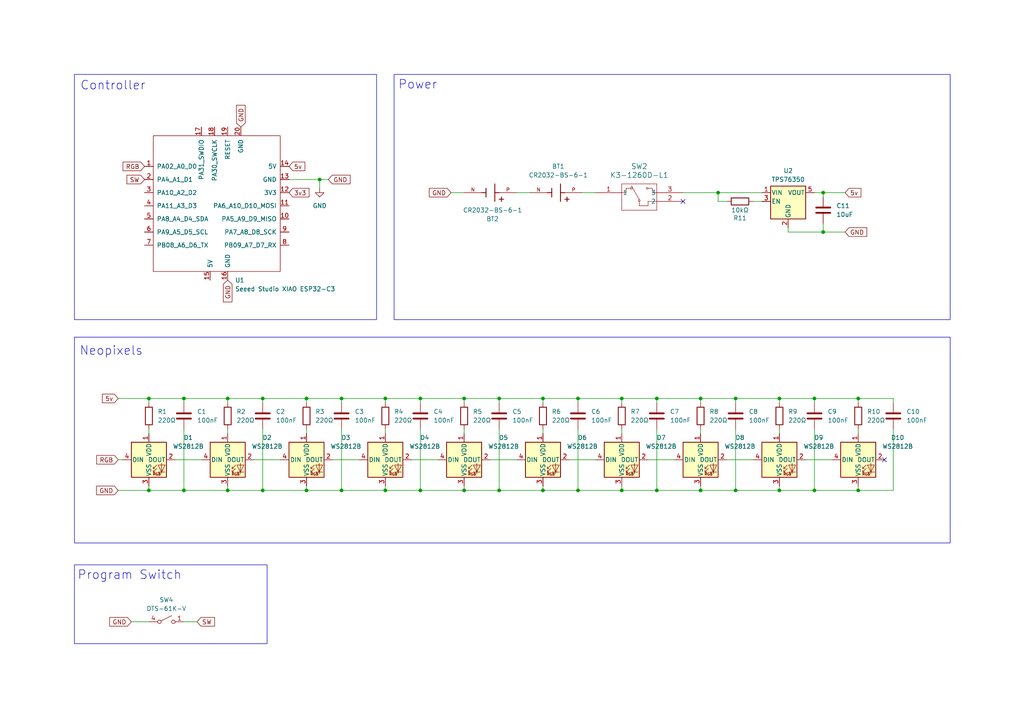
<source format=kicad_sch>
(kicad_sch
	(version 20241209)
	(generator "eeschema")
	(generator_version "8.99")
	(uuid "a4662488-1c88-4b95-b523-e205a4699f30")
	(paper "A4")
	(lib_symbols
		(symbol "2024-12-20_04-36-39:MK-12C02-G020"
			(pin_names
				(offset 0.254)
			)
			(exclude_from_sim no)
			(in_bom yes)
			(on_board yes)
			(property "Reference" "SW"
				(at 12.7 7.62 0)
				(effects
					(font
						(size 1.524 1.524)
					)
				)
			)
			(property "Value" "MK-12C02-G020"
				(at 12.7 5.08 0)
				(effects
					(font
						(size 1.524 1.524)
					)
				)
			)
			(property "Footprint" "MK-12C02-G020_GSW"
				(at 0 0 0)
				(effects
					(font
						(size 1.27 1.27)
						(italic yes)
					)
					(hide yes)
				)
			)
			(property "Datasheet" "MK-12C02-G020"
				(at 0 0 0)
				(effects
					(font
						(size 1.27 1.27)
						(italic yes)
					)
					(hide yes)
				)
			)
			(property "Description" ""
				(at 0 0 0)
				(effects
					(font
						(size 1.27 1.27)
					)
					(hide yes)
				)
			)
			(property "ki_locked" ""
				(at 0 0 0)
				(effects
					(font
						(size 1.27 1.27)
					)
				)
			)
			(property "ki_keywords" "MK-12C02-G020"
				(at 0 0 0)
				(effects
					(font
						(size 1.27 1.27)
					)
					(hide yes)
				)
			)
			(property "ki_fp_filters" "MK-12C02-G020_GSW"
				(at 0 0 0)
				(effects
					(font
						(size 1.27 1.27)
					)
					(hide yes)
				)
			)
			(symbol "MK-12C02-G020_0_1"
				(polyline
					(pts
						(xy 7.62 2.54) (xy 7.62 -5.08)
					)
					(stroke
						(width 0.127)
						(type default)
					)
					(fill
						(type none)
					)
				)
				(polyline
					(pts
						(xy 7.62 0) (xy 8.89 0)
					)
					(stroke
						(width 0.127)
						(type default)
					)
					(fill
						(type none)
					)
				)
				(polyline
					(pts
						(xy 7.62 -5.08) (xy 17.78 -5.08)
					)
					(stroke
						(width 0.127)
						(type default)
					)
					(fill
						(type none)
					)
				)
				(polyline
					(pts
						(xy 8.89 1.27) (xy 10.16 1.27)
					)
					(stroke
						(width 0.127)
						(type default)
					)
					(fill
						(type none)
					)
				)
				(polyline
					(pts
						(xy 8.89 0) (xy 8.89 1.27)
					)
					(stroke
						(width 0.127)
						(type default)
					)
					(fill
						(type none)
					)
				)
				(circle
					(center 10.414 1.27)
					(radius 0.254)
					(stroke
						(width 0.127)
						(type default)
					)
					(fill
						(type none)
					)
				)
				(polyline
					(pts
						(xy 12.7 -2.032) (xy 10.414 2.032)
					)
					(stroke
						(width 0.127)
						(type default)
					)
					(fill
						(type none)
					)
				)
				(circle
					(center 12.7 -2.286)
					(radius 0.254)
					(stroke
						(width 0.127)
						(type default)
					)
					(fill
						(type none)
					)
				)
				(polyline
					(pts
						(xy 12.7 -3.81) (xy 12.7 -2.54)
					)
					(stroke
						(width 0.127)
						(type default)
					)
					(fill
						(type none)
					)
				)
				(circle
					(center 14.986 1.27)
					(radius 0.254)
					(stroke
						(width 0.127)
						(type default)
					)
					(fill
						(type none)
					)
				)
				(polyline
					(pts
						(xy 15.24 1.27) (xy 16.51 1.27)
					)
					(stroke
						(width 0.127)
						(type default)
					)
					(fill
						(type none)
					)
				)
				(polyline
					(pts
						(xy 15.24 -2.54) (xy 15.24 -3.81)
					)
					(stroke
						(width 0.127)
						(type default)
					)
					(fill
						(type none)
					)
				)
				(polyline
					(pts
						(xy 15.24 -3.81) (xy 12.7 -3.81)
					)
					(stroke
						(width 0.127)
						(type default)
					)
					(fill
						(type none)
					)
				)
				(polyline
					(pts
						(xy 16.51 1.27) (xy 16.51 0)
					)
					(stroke
						(width 0.127)
						(type default)
					)
					(fill
						(type none)
					)
				)
				(polyline
					(pts
						(xy 16.51 0) (xy 17.78 0)
					)
					(stroke
						(width 0.127)
						(type default)
					)
					(fill
						(type none)
					)
				)
				(polyline
					(pts
						(xy 17.78 2.54) (xy 7.62 2.54)
					)
					(stroke
						(width 0.127)
						(type default)
					)
					(fill
						(type none)
					)
				)
				(polyline
					(pts
						(xy 17.78 -2.54) (xy 15.24 -2.54)
					)
					(stroke
						(width 0.127)
						(type default)
					)
					(fill
						(type none)
					)
				)
				(polyline
					(pts
						(xy 17.78 -5.08) (xy 17.78 2.54)
					)
					(stroke
						(width 0.127)
						(type default)
					)
					(fill
						(type none)
					)
				)
				(pin unspecified line
					(at 0 0 0)
					(length 7.62)
					(name "1"
						(effects
							(font
								(size 1.27 1.27)
							)
						)
					)
					(number "1"
						(effects
							(font
								(size 1.27 1.27)
							)
						)
					)
				)
				(pin unspecified line
					(at 25.4 0 180)
					(length 7.62)
					(name "3"
						(effects
							(font
								(size 1.27 1.27)
							)
						)
					)
					(number "3"
						(effects
							(font
								(size 1.27 1.27)
							)
						)
					)
				)
				(pin unspecified line
					(at 25.4 -2.54 180)
					(length 7.62)
					(name "2"
						(effects
							(font
								(size 1.27 1.27)
							)
						)
					)
					(number "2"
						(effects
							(font
								(size 1.27 1.27)
							)
						)
					)
				)
			)
			(embedded_fonts no)
		)
		(symbol "CR2032-BS-6-1:CR2032-BS-6-1"
			(pin_names
				(offset 1.016)
			)
			(exclude_from_sim no)
			(in_bom yes)
			(on_board yes)
			(property "Reference" "BT"
				(at -3.81 3.81 0)
				(effects
					(font
						(size 1.27 1.27)
					)
					(justify left bottom)
				)
			)
			(property "Value" "CR2032-BS-6-1"
				(at -3.81 -5.08 0)
				(effects
					(font
						(size 1.27 1.27)
					)
					(justify left bottom)
				)
			)
			(property "Footprint" "CR2032-BS-6-1:BAT_CR2032-BS-6-1"
				(at 0 0 0)
				(effects
					(font
						(size 1.27 1.27)
					)
					(justify bottom)
					(hide yes)
				)
			)
			(property "Datasheet" ""
				(at 0 0 0)
				(effects
					(font
						(size 1.27 1.27)
					)
					(hide yes)
				)
			)
			(property "Description" ""
				(at 0 0 0)
				(effects
					(font
						(size 1.27 1.27)
					)
					(hide yes)
				)
			)
			(property "MF" "Shenzhen Q&J Electronics Co. Ltd"
				(at 0 0 0)
				(effects
					(font
						(size 1.27 1.27)
					)
					(justify bottom)
					(hide yes)
				)
			)
			(property "MAXIMUM_PACKAGE_HEIGHT" "5.55mm"
				(at 0 0 0)
				(effects
					(font
						(size 1.27 1.27)
					)
					(justify bottom)
					(hide yes)
				)
			)
			(property "Package" "Package"
				(at 0 0 0)
				(effects
					(font
						(size 1.27 1.27)
					)
					(justify bottom)
					(hide yes)
				)
			)
			(property "Price" "None"
				(at 0 0 0)
				(effects
					(font
						(size 1.27 1.27)
					)
					(justify bottom)
					(hide yes)
				)
			)
			(property "Check_prices" "https://www.snapeda.com/parts/CR2032-BS-6-1/Shenzhen+Huacan+Tianlu+Electronics+Co.%252C+Ltd./view-part/?ref=eda"
				(at 0 0 0)
				(effects
					(font
						(size 1.27 1.27)
					)
					(justify bottom)
					(hide yes)
				)
			)
			(property "STANDARD" "Manufacturer Recommendations"
				(at 0 0 0)
				(effects
					(font
						(size 1.27 1.27)
					)
					(justify bottom)
					(hide yes)
				)
			)
			(property "PARTREV" "2011/2/14"
				(at 0 0 0)
				(effects
					(font
						(size 1.27 1.27)
					)
					(justify bottom)
					(hide yes)
				)
			)
			(property "SnapEDA_Link" "https://www.snapeda.com/parts/CR2032-BS-6-1/Shenzhen+Huacan+Tianlu+Electronics+Co.%252C+Ltd./view-part/?ref=snap"
				(at 0 0 0)
				(effects
					(font
						(size 1.27 1.27)
					)
					(justify bottom)
					(hide yes)
				)
			)
			(property "MP" "CR2032-BS-6-1"
				(at 0 0 0)
				(effects
					(font
						(size 1.27 1.27)
					)
					(justify bottom)
					(hide yes)
				)
			)
			(property "Description_1" "Battery base CR2032 SMD Battery Connectors ROHS"
				(at 0 0 0)
				(effects
					(font
						(size 1.27 1.27)
					)
					(justify bottom)
					(hide yes)
				)
			)
			(property "SNAPEDA_PN" "CR2032-BS-6-1"
				(at 0 0 0)
				(effects
					(font
						(size 1.27 1.27)
					)
					(justify bottom)
					(hide yes)
				)
			)
			(property "Availability" "Not in stock"
				(at 0 0 0)
				(effects
					(font
						(size 1.27 1.27)
					)
					(justify bottom)
					(hide yes)
				)
			)
			(property "MANUFACTURER" "Shenzhen Q and J Electronics"
				(at 0 0 0)
				(effects
					(font
						(size 1.27 1.27)
					)
					(justify bottom)
					(hide yes)
				)
			)
			(symbol "CR2032-BS-6-1_0_0"
				(polyline
					(pts
						(xy -3.81 1.905) (xy -2.54 1.905)
					)
					(stroke
						(width 0.254)
						(type default)
					)
					(fill
						(type none)
					)
				)
				(polyline
					(pts
						(xy -3.175 2.54) (xy -3.175 1.27)
					)
					(stroke
						(width 0.254)
						(type default)
					)
					(fill
						(type none)
					)
				)
				(polyline
					(pts
						(xy -1.27 2.54) (xy -1.27 0)
					)
					(stroke
						(width 0.254)
						(type default)
					)
					(fill
						(type none)
					)
				)
				(polyline
					(pts
						(xy -1.27 0) (xy -1.27 -2.54)
					)
					(stroke
						(width 0.254)
						(type default)
					)
					(fill
						(type none)
					)
				)
				(polyline
					(pts
						(xy -1.27 0) (xy -2.54 0)
					)
					(stroke
						(width 0.254)
						(type default)
					)
					(fill
						(type none)
					)
				)
				(polyline
					(pts
						(xy 1.27 1.27) (xy 1.27 0)
					)
					(stroke
						(width 0.254)
						(type default)
					)
					(fill
						(type none)
					)
				)
				(polyline
					(pts
						(xy 1.27 0) (xy 2.54 0)
					)
					(stroke
						(width 0.254)
						(type default)
					)
					(fill
						(type none)
					)
				)
				(polyline
					(pts
						(xy 1.27 0) (xy 1.27 -1.27)
					)
					(stroke
						(width 0.254)
						(type default)
					)
					(fill
						(type none)
					)
				)
				(pin passive line
					(at -7.62 0 0)
					(length 5.08)
					(name "~"
						(effects
							(font
								(size 1.016 1.016)
							)
						)
					)
					(number "P"
						(effects
							(font
								(size 1.016 1.016)
							)
						)
					)
				)
				(pin passive line
					(at 7.62 0 180)
					(length 5.08)
					(name "~"
						(effects
							(font
								(size 1.016 1.016)
							)
						)
					)
					(number "N"
						(effects
							(font
								(size 1.016 1.016)
							)
						)
					)
				)
			)
			(embedded_fonts no)
		)
		(symbol "Device:C"
			(pin_numbers
				(hide yes)
			)
			(pin_names
				(offset 0.254)
			)
			(exclude_from_sim no)
			(in_bom yes)
			(on_board yes)
			(property "Reference" "C"
				(at 0.635 2.54 0)
				(effects
					(font
						(size 1.27 1.27)
					)
					(justify left)
				)
			)
			(property "Value" "C"
				(at 0.635 -2.54 0)
				(effects
					(font
						(size 1.27 1.27)
					)
					(justify left)
				)
			)
			(property "Footprint" ""
				(at 0.9652 -3.81 0)
				(effects
					(font
						(size 1.27 1.27)
					)
					(hide yes)
				)
			)
			(property "Datasheet" "~"
				(at 0 0 0)
				(effects
					(font
						(size 1.27 1.27)
					)
					(hide yes)
				)
			)
			(property "Description" "Unpolarized capacitor"
				(at 0 0 0)
				(effects
					(font
						(size 1.27 1.27)
					)
					(hide yes)
				)
			)
			(property "ki_keywords" "cap capacitor"
				(at 0 0 0)
				(effects
					(font
						(size 1.27 1.27)
					)
					(hide yes)
				)
			)
			(property "ki_fp_filters" "C_*"
				(at 0 0 0)
				(effects
					(font
						(size 1.27 1.27)
					)
					(hide yes)
				)
			)
			(symbol "C_0_1"
				(polyline
					(pts
						(xy -2.032 0.762) (xy 2.032 0.762)
					)
					(stroke
						(width 0.508)
						(type default)
					)
					(fill
						(type none)
					)
				)
				(polyline
					(pts
						(xy -2.032 -0.762) (xy 2.032 -0.762)
					)
					(stroke
						(width 0.508)
						(type default)
					)
					(fill
						(type none)
					)
				)
			)
			(symbol "C_1_1"
				(pin passive line
					(at 0 3.81 270)
					(length 2.794)
					(name "~"
						(effects
							(font
								(size 1.27 1.27)
							)
						)
					)
					(number "1"
						(effects
							(font
								(size 1.27 1.27)
							)
						)
					)
				)
				(pin passive line
					(at 0 -3.81 90)
					(length 2.794)
					(name "~"
						(effects
							(font
								(size 1.27 1.27)
							)
						)
					)
					(number "2"
						(effects
							(font
								(size 1.27 1.27)
							)
						)
					)
				)
			)
			(embedded_fonts no)
		)
		(symbol "Device:R"
			(pin_numbers
				(hide yes)
			)
			(pin_names
				(offset 0)
			)
			(exclude_from_sim no)
			(in_bom yes)
			(on_board yes)
			(property "Reference" "R"
				(at 2.032 0 90)
				(effects
					(font
						(size 1.27 1.27)
					)
				)
			)
			(property "Value" "R"
				(at 0 0 90)
				(effects
					(font
						(size 1.27 1.27)
					)
				)
			)
			(property "Footprint" ""
				(at -1.778 0 90)
				(effects
					(font
						(size 1.27 1.27)
					)
					(hide yes)
				)
			)
			(property "Datasheet" "~"
				(at 0 0 0)
				(effects
					(font
						(size 1.27 1.27)
					)
					(hide yes)
				)
			)
			(property "Description" "Resistor"
				(at 0 0 0)
				(effects
					(font
						(size 1.27 1.27)
					)
					(hide yes)
				)
			)
			(property "ki_keywords" "R res resistor"
				(at 0 0 0)
				(effects
					(font
						(size 1.27 1.27)
					)
					(hide yes)
				)
			)
			(property "ki_fp_filters" "R_*"
				(at 0 0 0)
				(effects
					(font
						(size 1.27 1.27)
					)
					(hide yes)
				)
			)
			(symbol "R_0_1"
				(rectangle
					(start -1.016 -2.54)
					(end 1.016 2.54)
					(stroke
						(width 0.254)
						(type default)
					)
					(fill
						(type none)
					)
				)
			)
			(symbol "R_1_1"
				(pin passive line
					(at 0 3.81 270)
					(length 1.27)
					(name "~"
						(effects
							(font
								(size 1.27 1.27)
							)
						)
					)
					(number "1"
						(effects
							(font
								(size 1.27 1.27)
							)
						)
					)
				)
				(pin passive line
					(at 0 -3.81 90)
					(length 1.27)
					(name "~"
						(effects
							(font
								(size 1.27 1.27)
							)
						)
					)
					(number "2"
						(effects
							(font
								(size 1.27 1.27)
							)
						)
					)
				)
			)
			(embedded_fonts no)
		)
		(symbol "LED:WS2812B"
			(pin_names
				(offset 0.254)
			)
			(exclude_from_sim no)
			(in_bom yes)
			(on_board yes)
			(property "Reference" "D"
				(at 5.08 5.715 0)
				(effects
					(font
						(size 1.27 1.27)
					)
					(justify right bottom)
				)
			)
			(property "Value" "WS2812B"
				(at 1.27 -5.715 0)
				(effects
					(font
						(size 1.27 1.27)
					)
					(justify left top)
				)
			)
			(property "Footprint" "LED_SMD:LED_WS2812B_PLCC4_5.0x5.0mm_P3.2mm"
				(at 1.27 -7.62 0)
				(effects
					(font
						(size 1.27 1.27)
					)
					(justify left top)
					(hide yes)
				)
			)
			(property "Datasheet" "https://cdn-shop.adafruit.com/datasheets/WS2812B.pdf"
				(at 2.54 -9.525 0)
				(effects
					(font
						(size 1.27 1.27)
					)
					(justify left top)
					(hide yes)
				)
			)
			(property "Description" "RGB LED with integrated controller"
				(at 0 0 0)
				(effects
					(font
						(size 1.27 1.27)
					)
					(hide yes)
				)
			)
			(property "ki_keywords" "RGB LED NeoPixel addressable"
				(at 0 0 0)
				(effects
					(font
						(size 1.27 1.27)
					)
					(hide yes)
				)
			)
			(property "ki_fp_filters" "LED*WS2812*PLCC*5.0x5.0mm*P3.2mm*"
				(at 0 0 0)
				(effects
					(font
						(size 1.27 1.27)
					)
					(hide yes)
				)
			)
			(symbol "WS2812B_0_0"
				(text "RGB"
					(at 2.286 -4.191 0)
					(effects
						(font
							(size 0.762 0.762)
						)
					)
				)
			)
			(symbol "WS2812B_0_1"
				(polyline
					(pts
						(xy 1.27 -2.54) (xy 1.778 -2.54)
					)
					(stroke
						(width 0)
						(type default)
					)
					(fill
						(type none)
					)
				)
				(polyline
					(pts
						(xy 1.27 -3.556) (xy 1.778 -3.556)
					)
					(stroke
						(width 0)
						(type default)
					)
					(fill
						(type none)
					)
				)
				(polyline
					(pts
						(xy 2.286 -1.524) (xy 1.27 -2.54) (xy 1.27 -2.032)
					)
					(stroke
						(width 0)
						(type default)
					)
					(fill
						(type none)
					)
				)
				(polyline
					(pts
						(xy 2.286 -2.54) (xy 1.27 -3.556) (xy 1.27 -3.048)
					)
					(stroke
						(width 0)
						(type default)
					)
					(fill
						(type none)
					)
				)
				(polyline
					(pts
						(xy 3.683 -1.016) (xy 3.683 -3.556) (xy 3.683 -4.064)
					)
					(stroke
						(width 0)
						(type default)
					)
					(fill
						(type none)
					)
				)
				(polyline
					(pts
						(xy 4.699 -1.524) (xy 2.667 -1.524) (xy 3.683 -3.556) (xy 4.699 -1.524)
					)
					(stroke
						(width 0)
						(type default)
					)
					(fill
						(type none)
					)
				)
				(polyline
					(pts
						(xy 4.699 -3.556) (xy 2.667 -3.556)
					)
					(stroke
						(width 0)
						(type default)
					)
					(fill
						(type none)
					)
				)
				(rectangle
					(start 5.08 5.08)
					(end -5.08 -5.08)
					(stroke
						(width 0.254)
						(type default)
					)
					(fill
						(type background)
					)
				)
			)
			(symbol "WS2812B_1_1"
				(pin input line
					(at -7.62 0 0)
					(length 2.54)
					(name "DIN"
						(effects
							(font
								(size 1.27 1.27)
							)
						)
					)
					(number "4"
						(effects
							(font
								(size 1.27 1.27)
							)
						)
					)
				)
				(pin power_in line
					(at 0 7.62 270)
					(length 2.54)
					(name "VDD"
						(effects
							(font
								(size 1.27 1.27)
							)
						)
					)
					(number "1"
						(effects
							(font
								(size 1.27 1.27)
							)
						)
					)
				)
				(pin power_in line
					(at 0 -7.62 90)
					(length 2.54)
					(name "VSS"
						(effects
							(font
								(size 1.27 1.27)
							)
						)
					)
					(number "3"
						(effects
							(font
								(size 1.27 1.27)
							)
						)
					)
				)
				(pin output line
					(at 7.62 0 180)
					(length 2.54)
					(name "DOUT"
						(effects
							(font
								(size 1.27 1.27)
							)
						)
					)
					(number "2"
						(effects
							(font
								(size 1.27 1.27)
							)
						)
					)
				)
			)
			(embedded_fonts no)
		)
		(symbol "Regulator_Linear:TPS76350"
			(pin_names
				(offset 0.254)
			)
			(exclude_from_sim no)
			(in_bom yes)
			(on_board yes)
			(property "Reference" "U"
				(at -3.81 5.715 0)
				(effects
					(font
						(size 1.27 1.27)
					)
				)
			)
			(property "Value" "TPS76350"
				(at 0 5.715 0)
				(effects
					(font
						(size 1.27 1.27)
					)
					(justify left)
				)
			)
			(property "Footprint" "Package_TO_SOT_SMD:SOT-23-5"
				(at 0 8.255 0)
				(effects
					(font
						(size 1.27 1.27)
						(italic yes)
					)
					(hide yes)
				)
			)
			(property "Datasheet" "http://www.ti.com/lit/ds/symlink/tps763.pdf"
				(at 0 0 0)
				(effects
					(font
						(size 1.27 1.27)
					)
					(hide yes)
				)
			)
			(property "Description" "Low power 150mA LDO 5.0V fixed output voltage, SOT-23-5"
				(at 0 0 0)
				(effects
					(font
						(size 1.27 1.27)
					)
					(hide yes)
				)
			)
			(property "ki_keywords" "linear low dropout Regulator fixed"
				(at 0 0 0)
				(effects
					(font
						(size 1.27 1.27)
					)
					(hide yes)
				)
			)
			(property "ki_fp_filters" "SOT?23*"
				(at 0 0 0)
				(effects
					(font
						(size 1.27 1.27)
					)
					(hide yes)
				)
			)
			(symbol "TPS76350_0_1"
				(rectangle
					(start -5.08 4.445)
					(end 5.08 -5.08)
					(stroke
						(width 0.254)
						(type default)
					)
					(fill
						(type background)
					)
				)
			)
			(symbol "TPS76350_1_1"
				(pin power_in line
					(at -7.62 2.54 0)
					(length 2.54)
					(name "VIN"
						(effects
							(font
								(size 1.27 1.27)
							)
						)
					)
					(number "1"
						(effects
							(font
								(size 1.27 1.27)
							)
						)
					)
				)
				(pin input line
					(at -7.62 0 0)
					(length 2.54)
					(name "EN"
						(effects
							(font
								(size 1.27 1.27)
							)
						)
					)
					(number "3"
						(effects
							(font
								(size 1.27 1.27)
							)
						)
					)
				)
				(pin power_in line
					(at 0 -7.62 90)
					(length 2.54)
					(name "GND"
						(effects
							(font
								(size 1.27 1.27)
							)
						)
					)
					(number "2"
						(effects
							(font
								(size 1.27 1.27)
							)
						)
					)
				)
				(pin no_connect line
					(at 5.08 0 180)
					(length 2.54)
					(hide yes)
					(name "NC"
						(effects
							(font
								(size 1.27 1.27)
							)
						)
					)
					(number "4"
						(effects
							(font
								(size 1.27 1.27)
							)
						)
					)
				)
				(pin power_out line
					(at 7.62 2.54 180)
					(length 2.54)
					(name "VOUT"
						(effects
							(font
								(size 1.27 1.27)
							)
						)
					)
					(number "5"
						(effects
							(font
								(size 1.27 1.27)
							)
						)
					)
				)
			)
			(embedded_fonts no)
		)
		(symbol "Seeed_Studio_XIAO_Series:Seeed Studio XIAO SAMD21"
			(pin_names
				(offset 1.016)
			)
			(exclude_from_sim no)
			(in_bom yes)
			(on_board yes)
			(property "Reference" "U"
				(at -19.05 22.86 0)
				(effects
					(font
						(size 1.27 1.27)
					)
				)
			)
			(property "Value" "Seeed Studio XIAO SAMD21"
				(at -12.7 21.59 0)
				(effects
					(font
						(size 1.27 1.27)
					)
				)
			)
			(property "Footprint" ""
				(at -8.89 5.08 0)
				(effects
					(font
						(size 1.27 1.27)
					)
					(hide yes)
				)
			)
			(property "Datasheet" ""
				(at -8.89 5.08 0)
				(effects
					(font
						(size 1.27 1.27)
					)
					(hide yes)
				)
			)
			(property "Description" ""
				(at 0 0 0)
				(effects
					(font
						(size 1.27 1.27)
					)
					(hide yes)
				)
			)
			(symbol "Seeed Studio XIAO SAMD21_0_1"
				(rectangle
					(start -19.05 20.32)
					(end 17.78 -19.05)
					(stroke
						(width 0)
						(type default)
					)
					(fill
						(type none)
					)
				)
			)
			(symbol "Seeed Studio XIAO SAMD21_1_1"
				(pin unspecified line
					(at -21.59 11.43 0)
					(length 2.54)
					(name "PA02_A0_D0"
						(effects
							(font
								(size 1.27 1.27)
							)
						)
					)
					(number "1"
						(effects
							(font
								(size 1.27 1.27)
							)
						)
					)
				)
				(pin unspecified line
					(at -21.59 7.62 0)
					(length 2.54)
					(name "PA4_A1_D1"
						(effects
							(font
								(size 1.27 1.27)
							)
						)
					)
					(number "2"
						(effects
							(font
								(size 1.27 1.27)
							)
						)
					)
				)
				(pin unspecified line
					(at -21.59 3.81 0)
					(length 2.54)
					(name "PA10_A2_D2"
						(effects
							(font
								(size 1.27 1.27)
							)
						)
					)
					(number "3"
						(effects
							(font
								(size 1.27 1.27)
							)
						)
					)
				)
				(pin unspecified line
					(at -21.59 0 0)
					(length 2.54)
					(name "PA11_A3_D3"
						(effects
							(font
								(size 1.27 1.27)
							)
						)
					)
					(number "4"
						(effects
							(font
								(size 1.27 1.27)
							)
						)
					)
				)
				(pin unspecified line
					(at -21.59 -3.81 0)
					(length 2.54)
					(name "PA8_A4_D4_SDA"
						(effects
							(font
								(size 1.27 1.27)
							)
						)
					)
					(number "5"
						(effects
							(font
								(size 1.27 1.27)
							)
						)
					)
				)
				(pin unspecified line
					(at -21.59 -7.62 0)
					(length 2.54)
					(name "PA9_A5_D5_SCL"
						(effects
							(font
								(size 1.27 1.27)
							)
						)
					)
					(number "6"
						(effects
							(font
								(size 1.27 1.27)
							)
						)
					)
				)
				(pin unspecified line
					(at -21.59 -11.43 0)
					(length 2.54)
					(name "PB08_A6_D6_TX"
						(effects
							(font
								(size 1.27 1.27)
							)
						)
					)
					(number "7"
						(effects
							(font
								(size 1.27 1.27)
							)
						)
					)
				)
				(pin input line
					(at -5.08 22.86 270)
					(length 2.54)
					(name "PA31_SWDIO"
						(effects
							(font
								(size 1.27 1.27)
							)
						)
					)
					(number "17"
						(effects
							(font
								(size 1.27 1.27)
							)
						)
					)
				)
				(pin input line
					(at -2.54 -21.59 90)
					(length 2.54)
					(name "5V"
						(effects
							(font
								(size 1.27 1.27)
							)
						)
					)
					(number "15"
						(effects
							(font
								(size 1.27 1.27)
							)
						)
					)
				)
				(pin input line
					(at -1.27 22.86 270)
					(length 2.54)
					(name "PA30_SWCLK"
						(effects
							(font
								(size 1.27 1.27)
							)
						)
					)
					(number "18"
						(effects
							(font
								(size 1.27 1.27)
							)
						)
					)
				)
				(pin input line
					(at 2.54 22.86 270)
					(length 2.54)
					(name "RESET"
						(effects
							(font
								(size 1.27 1.27)
							)
						)
					)
					(number "19"
						(effects
							(font
								(size 1.27 1.27)
							)
						)
					)
				)
				(pin input line
					(at 2.54 -21.59 90)
					(length 2.54)
					(name "GND"
						(effects
							(font
								(size 1.27 1.27)
							)
						)
					)
					(number "16"
						(effects
							(font
								(size 1.27 1.27)
							)
						)
					)
				)
				(pin input line
					(at 6.35 22.86 270)
					(length 2.54)
					(name "GND"
						(effects
							(font
								(size 1.27 1.27)
							)
						)
					)
					(number "20"
						(effects
							(font
								(size 1.27 1.27)
							)
						)
					)
				)
				(pin unspecified line
					(at 20.32 11.43 180)
					(length 2.54)
					(name "5V"
						(effects
							(font
								(size 1.27 1.27)
							)
						)
					)
					(number "14"
						(effects
							(font
								(size 1.27 1.27)
							)
						)
					)
				)
				(pin unspecified line
					(at 20.32 7.62 180)
					(length 2.54)
					(name "GND"
						(effects
							(font
								(size 1.27 1.27)
							)
						)
					)
					(number "13"
						(effects
							(font
								(size 1.27 1.27)
							)
						)
					)
				)
				(pin unspecified line
					(at 20.32 3.81 180)
					(length 2.54)
					(name "3V3"
						(effects
							(font
								(size 1.27 1.27)
							)
						)
					)
					(number "12"
						(effects
							(font
								(size 1.27 1.27)
							)
						)
					)
				)
				(pin unspecified line
					(at 20.32 0 180)
					(length 2.54)
					(name "PA6_A10_D10_MOSI"
						(effects
							(font
								(size 1.27 1.27)
							)
						)
					)
					(number "11"
						(effects
							(font
								(size 1.27 1.27)
							)
						)
					)
				)
				(pin unspecified line
					(at 20.32 -3.81 180)
					(length 2.54)
					(name "PA5_A9_D9_MISO"
						(effects
							(font
								(size 1.27 1.27)
							)
						)
					)
					(number "10"
						(effects
							(font
								(size 1.27 1.27)
							)
						)
					)
				)
				(pin unspecified line
					(at 20.32 -7.62 180)
					(length 2.54)
					(name "PA7_A8_D8_SCK"
						(effects
							(font
								(size 1.27 1.27)
							)
						)
					)
					(number "9"
						(effects
							(font
								(size 1.27 1.27)
							)
						)
					)
				)
				(pin unspecified line
					(at 20.32 -11.43 180)
					(length 2.54)
					(name "PB09_A7_D7_RX"
						(effects
							(font
								(size 1.27 1.27)
							)
						)
					)
					(number "8"
						(effects
							(font
								(size 1.27 1.27)
							)
						)
					)
				)
			)
			(embedded_fonts no)
		)
		(symbol "Switch:SW_SPST"
			(pin_names
				(offset 0)
				(hide yes)
			)
			(exclude_from_sim no)
			(in_bom yes)
			(on_board yes)
			(property "Reference" "SW4"
				(at 0 6.35 0)
				(effects
					(font
						(size 1.27 1.27)
					)
				)
			)
			(property "Value" "SW_SPST"
				(at 0 3.81 0)
				(effects
					(font
						(size 1.27 1.27)
					)
				)
			)
			(property "Footprint" "TS02-66-43-BK-260-LCR-D:SW_TS02-66-43-BK-260-LCR-D"
				(at 0 0 0)
				(effects
					(font
						(size 1.27 1.27)
					)
					(hide yes)
				)
			)
			(property "Datasheet" "~"
				(at 0 0 0)
				(effects
					(font
						(size 1.27 1.27)
					)
					(hide yes)
				)
			)
			(property "Description" "Single Pole Single Throw (SPST) switch"
				(at 0 0 0)
				(effects
					(font
						(size 1.27 1.27)
					)
					(hide yes)
				)
			)
			(property "ki_keywords" "switch lever"
				(at 0 0 0)
				(effects
					(font
						(size 1.27 1.27)
					)
					(hide yes)
				)
			)
			(symbol "SW_SPST_0_0"
				(circle
					(center -2.032 0)
					(radius 0.508)
					(stroke
						(width 0)
						(type default)
					)
					(fill
						(type none)
					)
				)
				(polyline
					(pts
						(xy -1.524 0.254) (xy 1.524 1.778)
					)
					(stroke
						(width 0)
						(type default)
					)
					(fill
						(type none)
					)
				)
				(circle
					(center 2.032 0)
					(radius 0.508)
					(stroke
						(width 0)
						(type default)
					)
					(fill
						(type none)
					)
				)
			)
			(symbol "SW_SPST_1_1"
				(pin passive line
					(at -5.08 0 0)
					(length 2.54)
					(name "4"
						(effects
							(font
								(size 1.27 1.27)
							)
						)
					)
					(number "4"
						(effects
							(font
								(size 1.27 1.27)
							)
						)
					)
				)
				(pin passive line
					(at 5.08 0 180)
					(length 2.54)
					(name "1"
						(effects
							(font
								(size 1.27 1.27)
							)
						)
					)
					(number "1"
						(effects
							(font
								(size 1.27 1.27)
							)
						)
					)
				)
			)
			(embedded_fonts no)
		)
		(symbol "power:GND"
			(power)
			(pin_numbers
				(hide yes)
			)
			(pin_names
				(offset 0)
				(hide yes)
			)
			(exclude_from_sim no)
			(in_bom yes)
			(on_board yes)
			(property "Reference" "#PWR"
				(at 0 -6.35 0)
				(effects
					(font
						(size 1.27 1.27)
					)
					(hide yes)
				)
			)
			(property "Value" "GND"
				(at 0 -3.81 0)
				(effects
					(font
						(size 1.27 1.27)
					)
				)
			)
			(property "Footprint" ""
				(at 0 0 0)
				(effects
					(font
						(size 1.27 1.27)
					)
					(hide yes)
				)
			)
			(property "Datasheet" ""
				(at 0 0 0)
				(effects
					(font
						(size 1.27 1.27)
					)
					(hide yes)
				)
			)
			(property "Description" "Power symbol creates a global label with name \"GND\" , ground"
				(at 0 0 0)
				(effects
					(font
						(size 1.27 1.27)
					)
					(hide yes)
				)
			)
			(property "ki_keywords" "global power"
				(at 0 0 0)
				(effects
					(font
						(size 1.27 1.27)
					)
					(hide yes)
				)
			)
			(symbol "GND_0_1"
				(polyline
					(pts
						(xy 0 0) (xy 0 -1.27) (xy 1.27 -1.27) (xy 0 -2.54) (xy -1.27 -1.27) (xy 0 -1.27)
					)
					(stroke
						(width 0)
						(type default)
					)
					(fill
						(type none)
					)
				)
			)
			(symbol "GND_1_1"
				(pin power_in line
					(at 0 0 270)
					(length 0)
					(name "~"
						(effects
							(font
								(size 1.27 1.27)
							)
						)
					)
					(number "1"
						(effects
							(font
								(size 1.27 1.27)
							)
						)
					)
				)
			)
			(embedded_fonts no)
		)
	)
	(rectangle
		(start 114.3 21.59)
		(end 275.59 92.71)
		(stroke
			(width 0)
			(type default)
		)
		(fill
			(type none)
		)
		(uuid 17b5dc44-d339-45c4-890d-37afce97c780)
	)
	(rectangle
		(start 21.59 21.59)
		(end 109.22 92.71)
		(stroke
			(width 0)
			(type default)
		)
		(fill
			(type none)
		)
		(uuid 2da77ef0-68e1-4688-b622-3ad69babab18)
	)
	(rectangle
		(start 21.59 163.83)
		(end 77.47 186.69)
		(stroke
			(width 0)
			(type default)
		)
		(fill
			(type none)
		)
		(uuid 89524508-a5d4-47f5-b935-fb8975c91734)
	)
	(rectangle
		(start 21.59 97.79)
		(end 275.59 157.48)
		(stroke
			(width 0)
			(type default)
		)
		(fill
			(type none)
		)
		(uuid aff4c7ab-0f06-4190-8375-c08bf8d64f81)
	)
	(text "Program Switch\n"
		(exclude_from_sim no)
		(at 37.592 166.878 0)
		(effects
			(font
				(size 2.54 2.54)
			)
		)
		(uuid "4ae90d0e-77b5-47b7-b0e3-0b1ab248382a")
	)
	(text "Neopixels"
		(exclude_from_sim no)
		(at 32.258 101.854 0)
		(effects
			(font
				(size 2.54 2.54)
			)
		)
		(uuid "d732ed74-b29b-4480-9812-03f8f74211b3")
	)
	(text "Controller"
		(exclude_from_sim no)
		(at 32.766 24.892 0)
		(effects
			(font
				(size 2.54 2.54)
			)
		)
		(uuid "ee8c088d-0ebf-4db4-8d44-96a503a40e61")
	)
	(text "Power"
		(exclude_from_sim no)
		(at 121.158 24.638 0)
		(effects
			(font
				(size 2.54 2.54)
			)
		)
		(uuid "f3ffec0e-939a-4b3e-8987-6dd5d8317c8a")
	)
	(junction
		(at 134.62 115.57)
		(diameter 0)
		(color 0 0 0 0)
		(uuid "000ea1ab-b306-47f2-8673-5f3758058789")
	)
	(junction
		(at 92.71 52.07)
		(diameter 0)
		(color 0 0 0 0)
		(uuid "03c9a77c-ac60-4dbb-82fe-3049ec45f3ab")
	)
	(junction
		(at 190.5 142.24)
		(diameter 0)
		(color 0 0 0 0)
		(uuid "0c3ce0b8-92de-4eaa-a9af-44e06df7db34")
	)
	(junction
		(at 99.06 115.57)
		(diameter 0)
		(color 0 0 0 0)
		(uuid "15340ae9-a099-4eb9-a219-4555ee4bf85c")
	)
	(junction
		(at 167.64 115.57)
		(diameter 0)
		(color 0 0 0 0)
		(uuid "1d3f1cff-dc44-4550-8201-c3d2e6feed01")
	)
	(junction
		(at 66.04 115.57)
		(diameter 0)
		(color 0 0 0 0)
		(uuid "311e8422-bf06-434e-a4fa-f3832e369536")
	)
	(junction
		(at 88.9 115.57)
		(diameter 0)
		(color 0 0 0 0)
		(uuid "35394bec-d436-4d96-b359-bf7132e14bea")
	)
	(junction
		(at 180.34 142.24)
		(diameter 0)
		(color 0 0 0 0)
		(uuid "3718f5ca-f462-4863-b0c0-8c034f1f26c4")
	)
	(junction
		(at 111.76 115.57)
		(diameter 0)
		(color 0 0 0 0)
		(uuid "38e90ece-f6dc-44e2-ac10-87b1ab06cb4e")
	)
	(junction
		(at 53.34 115.57)
		(diameter 0)
		(color 0 0 0 0)
		(uuid "3f591ec4-344e-4eaf-889a-3537fbb50b0f")
	)
	(junction
		(at 226.06 142.24)
		(diameter 0)
		(color 0 0 0 0)
		(uuid "433884c3-b6de-40ec-933a-49a7f1775659")
	)
	(junction
		(at 111.76 142.24)
		(diameter 0)
		(color 0 0 0 0)
		(uuid "47d0ac16-bd41-4a02-b7d1-6945554e58d0")
	)
	(junction
		(at 43.18 142.24)
		(diameter 0)
		(color 0 0 0 0)
		(uuid "48b95701-96fe-4e36-84df-bf4a8cb765af")
	)
	(junction
		(at 121.92 115.57)
		(diameter 0)
		(color 0 0 0 0)
		(uuid "4b1ab2b7-ad9a-4632-a2e3-e704dd0d5713")
	)
	(junction
		(at 53.34 142.24)
		(diameter 0)
		(color 0 0 0 0)
		(uuid "61414ad6-244d-4d27-8b56-91a354761f0e")
	)
	(junction
		(at 238.76 67.31)
		(diameter 0)
		(color 0 0 0 0)
		(uuid "67f2ca86-4c77-420f-9495-cff8f4e57a05")
	)
	(junction
		(at 144.78 142.24)
		(diameter 0)
		(color 0 0 0 0)
		(uuid "6e37393b-aa0d-4317-bdf5-cd4573277c26")
	)
	(junction
		(at 157.48 115.57)
		(diameter 0)
		(color 0 0 0 0)
		(uuid "7075af34-2975-4159-b240-688f22d0293a")
	)
	(junction
		(at 226.06 115.57)
		(diameter 0)
		(color 0 0 0 0)
		(uuid "73047437-daf4-4ecf-9a20-66035acc01db")
	)
	(junction
		(at 190.5 115.57)
		(diameter 0)
		(color 0 0 0 0)
		(uuid "7a150de2-2cf5-4e8d-92cb-e9be1c6a98f0")
	)
	(junction
		(at 236.22 142.24)
		(diameter 0)
		(color 0 0 0 0)
		(uuid "9393b291-6f60-4344-a0cd-524c890cc6ab")
	)
	(junction
		(at 43.18 115.57)
		(diameter 0)
		(color 0 0 0 0)
		(uuid "9394d308-0879-4f9b-aa7e-702b7383eeb7")
	)
	(junction
		(at 157.48 142.24)
		(diameter 0)
		(color 0 0 0 0)
		(uuid "94b38801-525b-4950-8fad-28f0ac5d64ab")
	)
	(junction
		(at 144.78 115.57)
		(diameter 0)
		(color 0 0 0 0)
		(uuid "9a3b00be-923b-4979-90dc-5269942cb407")
	)
	(junction
		(at 99.06 142.24)
		(diameter 0)
		(color 0 0 0 0)
		(uuid "aa8e5103-9f02-4579-95ff-f1b9544dc96e")
	)
	(junction
		(at 76.2 142.24)
		(diameter 0)
		(color 0 0 0 0)
		(uuid "ae42f671-48cf-4a3c-9b6c-59e5dfcc26a3")
	)
	(junction
		(at 66.04 142.24)
		(diameter 0)
		(color 0 0 0 0)
		(uuid "bd8d9da4-2766-4835-91a2-f3dd8973cbda")
	)
	(junction
		(at 213.36 142.24)
		(diameter 0)
		(color 0 0 0 0)
		(uuid "ca6c680a-ef05-41e4-8d1f-cabcde5f41d9")
	)
	(junction
		(at 208.28 55.88)
		(diameter 0)
		(color 0 0 0 0)
		(uuid "d3877489-0aec-4c22-a962-b51633cc60ea")
	)
	(junction
		(at 203.2 142.24)
		(diameter 0)
		(color 0 0 0 0)
		(uuid "db604d6e-8a7e-4451-b8f1-d2589ed1ba40")
	)
	(junction
		(at 213.36 115.57)
		(diameter 0)
		(color 0 0 0 0)
		(uuid "ddeca00f-de4a-4027-b828-ba73e449911a")
	)
	(junction
		(at 180.34 115.57)
		(diameter 0)
		(color 0 0 0 0)
		(uuid "e2444102-1d22-40ed-bfaf-2d7db7102cd8")
	)
	(junction
		(at 238.76 55.88)
		(diameter 0)
		(color 0 0 0 0)
		(uuid "e2cbc17d-de60-43f8-8353-183b99f8eaf0")
	)
	(junction
		(at 134.62 142.24)
		(diameter 0)
		(color 0 0 0 0)
		(uuid "e2cf0d55-40ad-4b8c-9f77-1adf4d4d1d97")
	)
	(junction
		(at 248.92 115.57)
		(diameter 0)
		(color 0 0 0 0)
		(uuid "e92f2ea7-5d38-4d15-9131-936f168f3ff5")
	)
	(junction
		(at 76.2 115.57)
		(diameter 0)
		(color 0 0 0 0)
		(uuid "e97cf0cb-9ce3-4502-8b06-b2f9805c774e")
	)
	(junction
		(at 121.92 142.24)
		(diameter 0)
		(color 0 0 0 0)
		(uuid "e9a0cd11-b27f-4c8a-b479-9b8db7cbb2af")
	)
	(junction
		(at 88.9 142.24)
		(diameter 0)
		(color 0 0 0 0)
		(uuid "eb339cda-7b72-4fd3-bc64-eec9a3b2f0fb")
	)
	(junction
		(at 167.64 142.24)
		(diameter 0)
		(color 0 0 0 0)
		(uuid "f26c8f79-aa9e-48a3-881b-f605eee8795f")
	)
	(junction
		(at 236.22 115.57)
		(diameter 0)
		(color 0 0 0 0)
		(uuid "fe2e2097-c673-43bd-b124-94837a2c5e36")
	)
	(junction
		(at 248.92 142.24)
		(diameter 0)
		(color 0 0 0 0)
		(uuid "ff46ced2-1071-4912-a6e4-29975704afed")
	)
	(junction
		(at 203.2 115.57)
		(diameter 0)
		(color 0 0 0 0)
		(uuid "fff01309-be39-4acc-a231-eec5dd3b2cd9")
	)
	(no_connect
		(at 198.12 58.42)
		(uuid "129c42b7-3fa1-4980-b4b7-99bf6a37686e")
	)
	(no_connect
		(at 256.54 133.35)
		(uuid "54df56d6-7106-4ef7-a13e-837b401ea3e4")
	)
	(wire
		(pts
			(xy 213.36 115.57) (xy 213.36 116.84)
		)
		(stroke
			(width 0)
			(type default)
		)
		(uuid "010948c2-e5fa-4408-a496-876b73504e90")
	)
	(wire
		(pts
			(xy 190.5 115.57) (xy 190.5 116.84)
		)
		(stroke
			(width 0)
			(type default)
		)
		(uuid "01cce08d-af35-401f-bf4c-93058b23731c")
	)
	(wire
		(pts
			(xy 76.2 142.24) (xy 88.9 142.24)
		)
		(stroke
			(width 0)
			(type default)
		)
		(uuid "08911ac1-2e34-4e5e-9cea-240c64303c75")
	)
	(wire
		(pts
			(xy 210.82 133.35) (xy 218.44 133.35)
		)
		(stroke
			(width 0)
			(type default)
		)
		(uuid "08cc3611-58f7-4f0a-b255-b58dd32ed70f")
	)
	(wire
		(pts
			(xy 213.36 124.46) (xy 213.36 142.24)
		)
		(stroke
			(width 0)
			(type default)
		)
		(uuid "0adf56be-2fbe-4801-916f-50119a3f520c")
	)
	(wire
		(pts
			(xy 134.62 115.57) (xy 144.78 115.57)
		)
		(stroke
			(width 0)
			(type default)
		)
		(uuid "0c1bfc74-e9e5-4b9f-8683-7fda048b8c55")
	)
	(wire
		(pts
			(xy 180.34 124.46) (xy 180.34 125.73)
		)
		(stroke
			(width 0)
			(type default)
		)
		(uuid "0ccce53b-fca3-40fa-bce5-31f6efb65654")
	)
	(wire
		(pts
			(xy 248.92 140.97) (xy 248.92 142.24)
		)
		(stroke
			(width 0)
			(type default)
		)
		(uuid "0d3174c3-d432-4f77-9745-2f5ee2e07279")
	)
	(wire
		(pts
			(xy 121.92 124.46) (xy 121.92 142.24)
		)
		(stroke
			(width 0)
			(type default)
		)
		(uuid "0f429744-3d61-4381-9801-854a07854e25")
	)
	(wire
		(pts
			(xy 53.34 115.57) (xy 53.34 116.84)
		)
		(stroke
			(width 0)
			(type default)
		)
		(uuid "0f44ed90-818e-4bd3-8e93-22762c6a4637")
	)
	(wire
		(pts
			(xy 43.18 124.46) (xy 43.18 125.73)
		)
		(stroke
			(width 0)
			(type default)
		)
		(uuid "12961822-6055-4054-b235-5c113a806f7a")
	)
	(wire
		(pts
			(xy 236.22 115.57) (xy 236.22 116.84)
		)
		(stroke
			(width 0)
			(type default)
		)
		(uuid "134286bd-e042-44e7-a96c-e40cfe8f2260")
	)
	(wire
		(pts
			(xy 111.76 124.46) (xy 111.76 125.73)
		)
		(stroke
			(width 0)
			(type default)
		)
		(uuid "17a54315-fbbe-45c0-af29-906fa788a11c")
	)
	(wire
		(pts
			(xy 34.29 133.35) (xy 35.56 133.35)
		)
		(stroke
			(width 0)
			(type default)
		)
		(uuid "19803d58-3c54-4853-8f60-4c2acb37b6de")
	)
	(wire
		(pts
			(xy 121.92 142.24) (xy 134.62 142.24)
		)
		(stroke
			(width 0)
			(type default)
		)
		(uuid "1c7f8aa3-3e7e-4988-9419-1a62404b1b51")
	)
	(wire
		(pts
			(xy 187.96 133.35) (xy 195.58 133.35)
		)
		(stroke
			(width 0)
			(type default)
		)
		(uuid "1d4859b1-1d45-4198-aa99-9b37dd17d2a0")
	)
	(wire
		(pts
			(xy 168.91 55.88) (xy 172.72 55.88)
		)
		(stroke
			(width 0)
			(type default)
		)
		(uuid "1d86c8ab-a3e1-4260-8331-46144f69e2d7")
	)
	(wire
		(pts
			(xy 157.48 115.57) (xy 157.48 116.84)
		)
		(stroke
			(width 0)
			(type default)
		)
		(uuid "1d9f5533-c478-4c27-b215-b101e4297d6a")
	)
	(wire
		(pts
			(xy 259.08 116.84) (xy 259.08 115.57)
		)
		(stroke
			(width 0)
			(type default)
		)
		(uuid "206c4052-007b-4912-91b2-50f2797aea6b")
	)
	(wire
		(pts
			(xy 190.5 115.57) (xy 203.2 115.57)
		)
		(stroke
			(width 0)
			(type default)
		)
		(uuid "240a0c92-42bc-462b-9daa-cc4420e70380")
	)
	(wire
		(pts
			(xy 111.76 115.57) (xy 111.76 116.84)
		)
		(stroke
			(width 0)
			(type default)
		)
		(uuid "29f4a0e3-2ce0-4d03-88c2-d19c7034b008")
	)
	(wire
		(pts
			(xy 38.1 180.34) (xy 43.18 180.34)
		)
		(stroke
			(width 0)
			(type default)
		)
		(uuid "29f868c6-16d4-471a-bd3d-861ef74148b7")
	)
	(wire
		(pts
			(xy 66.04 115.57) (xy 66.04 116.84)
		)
		(stroke
			(width 0)
			(type default)
		)
		(uuid "2a02c673-88c9-47f6-ab2a-1222e7ea23cb")
	)
	(wire
		(pts
			(xy 66.04 140.97) (xy 66.04 142.24)
		)
		(stroke
			(width 0)
			(type default)
		)
		(uuid "2b77c543-6f9e-4cac-8df2-6d02e2a71ad3")
	)
	(wire
		(pts
			(xy 99.06 142.24) (xy 111.76 142.24)
		)
		(stroke
			(width 0)
			(type default)
		)
		(uuid "2c85682e-55fa-4564-82b0-012d240bf683")
	)
	(wire
		(pts
			(xy 238.76 55.88) (xy 245.11 55.88)
		)
		(stroke
			(width 0)
			(type default)
		)
		(uuid "2ff91389-6b26-40fe-82a7-074ed3500933")
	)
	(wire
		(pts
			(xy 218.44 58.42) (xy 220.98 58.42)
		)
		(stroke
			(width 0)
			(type default)
		)
		(uuid "35994f4a-1722-4b9b-aedc-b3d0aec17aa0")
	)
	(wire
		(pts
			(xy 76.2 124.46) (xy 76.2 142.24)
		)
		(stroke
			(width 0)
			(type default)
		)
		(uuid "3652fac8-fd50-4cce-a3d5-e7d2a68e8dc5")
	)
	(wire
		(pts
			(xy 88.9 142.24) (xy 99.06 142.24)
		)
		(stroke
			(width 0)
			(type default)
		)
		(uuid "367f77b5-aafe-46f2-9a01-5b064ae4b747")
	)
	(wire
		(pts
			(xy 248.92 142.24) (xy 236.22 142.24)
		)
		(stroke
			(width 0)
			(type default)
		)
		(uuid "37f67f64-9b03-4e35-bab1-b3f1130fc10e")
	)
	(wire
		(pts
			(xy 153.67 55.88) (xy 149.86 55.88)
		)
		(stroke
			(width 0)
			(type default)
		)
		(uuid "3a69c6f6-611b-4624-9a69-d0346d126f29")
	)
	(wire
		(pts
			(xy 66.04 115.57) (xy 76.2 115.57)
		)
		(stroke
			(width 0)
			(type default)
		)
		(uuid "45a8e865-b161-44b3-a220-3fca6ede80da")
	)
	(wire
		(pts
			(xy 167.64 124.46) (xy 167.64 142.24)
		)
		(stroke
			(width 0)
			(type default)
		)
		(uuid "48af4f65-d964-470e-85cf-b03926d56483")
	)
	(wire
		(pts
			(xy 66.04 124.46) (xy 66.04 125.73)
		)
		(stroke
			(width 0)
			(type default)
		)
		(uuid "4a05e61f-72f8-4df4-bd98-3c3f6fa25ea1")
	)
	(wire
		(pts
			(xy 43.18 142.24) (xy 53.34 142.24)
		)
		(stroke
			(width 0)
			(type default)
		)
		(uuid "4eb10410-adcb-4c87-827c-f4e788751677")
	)
	(wire
		(pts
			(xy 121.92 115.57) (xy 134.62 115.57)
		)
		(stroke
			(width 0)
			(type default)
		)
		(uuid "530a0939-5c37-471e-b5c9-367d25f8796f")
	)
	(wire
		(pts
			(xy 259.08 124.46) (xy 259.08 142.24)
		)
		(stroke
			(width 0)
			(type default)
		)
		(uuid "55ad6b32-32f0-4440-b6ba-609cac2408e2")
	)
	(wire
		(pts
			(xy 210.82 58.42) (xy 208.28 58.42)
		)
		(stroke
			(width 0)
			(type default)
		)
		(uuid "580f6aa8-6998-4c73-a0f2-e85c7c461b7e")
	)
	(wire
		(pts
			(xy 167.64 115.57) (xy 167.64 116.84)
		)
		(stroke
			(width 0)
			(type default)
		)
		(uuid "592d9cee-8a41-47be-9fde-cf0f1ef11585")
	)
	(wire
		(pts
			(xy 96.52 133.35) (xy 104.14 133.35)
		)
		(stroke
			(width 0)
			(type default)
		)
		(uuid "5965fc00-d552-421f-96b5-a790f7c0d8e7")
	)
	(wire
		(pts
			(xy 144.78 142.24) (xy 157.48 142.24)
		)
		(stroke
			(width 0)
			(type default)
		)
		(uuid "5b9e1658-63ef-477f-99b5-d4e8efb9ec22")
	)
	(wire
		(pts
			(xy 157.48 124.46) (xy 157.48 125.73)
		)
		(stroke
			(width 0)
			(type default)
		)
		(uuid "5e0b8bd1-389d-4273-99fc-101c23635db9")
	)
	(wire
		(pts
			(xy 203.2 142.24) (xy 213.36 142.24)
		)
		(stroke
			(width 0)
			(type default)
		)
		(uuid "5f2e82c9-1b1f-445f-87ca-63cd43219cc3")
	)
	(wire
		(pts
			(xy 88.9 115.57) (xy 88.9 116.84)
		)
		(stroke
			(width 0)
			(type default)
		)
		(uuid "5fbd7dff-c00e-42d6-8d77-dcf7c9e6dc83")
	)
	(wire
		(pts
			(xy 134.62 142.24) (xy 144.78 142.24)
		)
		(stroke
			(width 0)
			(type default)
		)
		(uuid "614bc450-22b4-4a25-889a-7a2506370834")
	)
	(wire
		(pts
			(xy 180.34 140.97) (xy 180.34 142.24)
		)
		(stroke
			(width 0)
			(type default)
		)
		(uuid "61938b42-44cb-45ed-9f8c-d018054951e4")
	)
	(wire
		(pts
			(xy 134.62 115.57) (xy 134.62 116.84)
		)
		(stroke
			(width 0)
			(type default)
		)
		(uuid "62eeccdf-c71e-48c0-bb62-441aab389204")
	)
	(wire
		(pts
			(xy 236.22 55.88) (xy 238.76 55.88)
		)
		(stroke
			(width 0)
			(type default)
		)
		(uuid "63d390ea-d7f1-49c8-ab5e-edfb0f5122b6")
	)
	(wire
		(pts
			(xy 203.2 140.97) (xy 203.2 142.24)
		)
		(stroke
			(width 0)
			(type default)
		)
		(uuid "65f9e4ca-bf95-4bec-b219-1a9539ab2e18")
	)
	(wire
		(pts
			(xy 50.8 133.35) (xy 58.42 133.35)
		)
		(stroke
			(width 0)
			(type default)
		)
		(uuid "67f7c1d5-94a6-4c60-8e25-f158895b45c3")
	)
	(wire
		(pts
			(xy 203.2 124.46) (xy 203.2 125.73)
		)
		(stroke
			(width 0)
			(type default)
		)
		(uuid "69d0a848-e1aa-4c33-b47f-67fbeaa3bae1")
	)
	(wire
		(pts
			(xy 226.06 116.84) (xy 226.06 115.57)
		)
		(stroke
			(width 0)
			(type default)
		)
		(uuid "6b6abc05-d715-49d6-a5f0-20da61b681f2")
	)
	(wire
		(pts
			(xy 76.2 115.57) (xy 76.2 116.84)
		)
		(stroke
			(width 0)
			(type default)
		)
		(uuid "6cc0a18e-ecd4-4c0a-94e4-adde2d7e6a93")
	)
	(wire
		(pts
			(xy 238.76 67.31) (xy 238.76 64.77)
		)
		(stroke
			(width 0)
			(type default)
		)
		(uuid "70ab6cb8-990f-46c2-96c9-280db9d429fa")
	)
	(wire
		(pts
			(xy 226.06 115.57) (xy 236.22 115.57)
		)
		(stroke
			(width 0)
			(type default)
		)
		(uuid "7338a040-672b-4c93-8198-b0818a94642b")
	)
	(wire
		(pts
			(xy 165.1 133.35) (xy 172.72 133.35)
		)
		(stroke
			(width 0)
			(type default)
		)
		(uuid "73e3af66-6041-4641-b55b-af3ea4beaae7")
	)
	(wire
		(pts
			(xy 238.76 55.88) (xy 238.76 57.15)
		)
		(stroke
			(width 0)
			(type default)
		)
		(uuid "752a23e4-8cf5-4590-bfab-0e81c725a695")
	)
	(wire
		(pts
			(xy 157.48 140.97) (xy 157.48 142.24)
		)
		(stroke
			(width 0)
			(type default)
		)
		(uuid "7661a627-404a-427f-8eb5-e44618b7865e")
	)
	(wire
		(pts
			(xy 34.29 142.24) (xy 43.18 142.24)
		)
		(stroke
			(width 0)
			(type default)
		)
		(uuid "76e352d1-41a3-47cb-8869-6688dd55e1eb")
	)
	(wire
		(pts
			(xy 248.92 124.46) (xy 248.92 125.73)
		)
		(stroke
			(width 0)
			(type default)
		)
		(uuid "79058da6-863e-4026-9ee2-fc2303db799d")
	)
	(wire
		(pts
			(xy 208.28 55.88) (xy 220.98 55.88)
		)
		(stroke
			(width 0)
			(type default)
		)
		(uuid "7daaca3e-f46c-4c3c-bf62-b04d6217dbc2")
	)
	(wire
		(pts
			(xy 203.2 115.57) (xy 213.36 115.57)
		)
		(stroke
			(width 0)
			(type default)
		)
		(uuid "8564f8f0-33fd-46a2-b99c-3ccd7deb2632")
	)
	(wire
		(pts
			(xy 236.22 124.46) (xy 236.22 142.24)
		)
		(stroke
			(width 0)
			(type default)
		)
		(uuid "861db8ae-4082-4ead-9b06-01ec1991c33c")
	)
	(wire
		(pts
			(xy 228.6 67.31) (xy 238.76 67.31)
		)
		(stroke
			(width 0)
			(type default)
		)
		(uuid "886b916a-2827-473f-94c1-dce732ceae8e")
	)
	(wire
		(pts
			(xy 180.34 115.57) (xy 180.34 116.84)
		)
		(stroke
			(width 0)
			(type default)
		)
		(uuid "898737e2-5738-4e6e-9391-cf17592c5091")
	)
	(wire
		(pts
			(xy 43.18 140.97) (xy 43.18 142.24)
		)
		(stroke
			(width 0)
			(type default)
		)
		(uuid "89a7b7a5-de75-454a-8de2-b5712ca982a8")
	)
	(wire
		(pts
			(xy 43.18 115.57) (xy 53.34 115.57)
		)
		(stroke
			(width 0)
			(type default)
		)
		(uuid "8ac15761-0c7a-4cce-b171-038ec8580157")
	)
	(wire
		(pts
			(xy 226.06 124.46) (xy 226.06 125.73)
		)
		(stroke
			(width 0)
			(type default)
		)
		(uuid "8b5a964e-7027-470f-ac21-b25266584e7e")
	)
	(wire
		(pts
			(xy 73.66 133.35) (xy 81.28 133.35)
		)
		(stroke
			(width 0)
			(type default)
		)
		(uuid "8be56076-950e-48e3-8351-0d37ff49be12")
	)
	(wire
		(pts
			(xy 238.76 67.31) (xy 245.11 67.31)
		)
		(stroke
			(width 0)
			(type default)
		)
		(uuid "8dd11ac2-18e5-4ea5-b5bc-25444aa35bb4")
	)
	(wire
		(pts
			(xy 190.5 124.46) (xy 190.5 142.24)
		)
		(stroke
			(width 0)
			(type default)
		)
		(uuid "8f8c5157-72e3-4efd-9564-3459489083a8")
	)
	(wire
		(pts
			(xy 259.08 142.24) (xy 248.92 142.24)
		)
		(stroke
			(width 0)
			(type default)
		)
		(uuid "910c17a2-4b8e-42ad-89dc-3044a4243928")
	)
	(wire
		(pts
			(xy 111.76 142.24) (xy 121.92 142.24)
		)
		(stroke
			(width 0)
			(type default)
		)
		(uuid "93fa696c-5038-4a36-a579-b3debc4909af")
	)
	(wire
		(pts
			(xy 43.18 115.57) (xy 43.18 116.84)
		)
		(stroke
			(width 0)
			(type default)
		)
		(uuid "980a5899-67e1-4f60-88ee-7b9a4def701f")
	)
	(wire
		(pts
			(xy 99.06 115.57) (xy 111.76 115.57)
		)
		(stroke
			(width 0)
			(type default)
		)
		(uuid "98f3b473-01b9-4f22-8f79-a0dd8a72362a")
	)
	(wire
		(pts
			(xy 157.48 142.24) (xy 167.64 142.24)
		)
		(stroke
			(width 0)
			(type default)
		)
		(uuid "99f3426e-b83c-4ca7-83ae-20a009de9742")
	)
	(wire
		(pts
			(xy 180.34 142.24) (xy 190.5 142.24)
		)
		(stroke
			(width 0)
			(type default)
		)
		(uuid "9b3662ba-9226-4c80-a4cc-30891467370f")
	)
	(wire
		(pts
			(xy 34.29 115.57) (xy 43.18 115.57)
		)
		(stroke
			(width 0)
			(type default)
		)
		(uuid "9cdfce55-8301-49d0-b6bc-9387c632f69f")
	)
	(wire
		(pts
			(xy 226.06 140.97) (xy 226.06 142.24)
		)
		(stroke
			(width 0)
			(type default)
		)
		(uuid "9cf5e9c6-8d07-4a2b-8954-ec3210163936")
	)
	(wire
		(pts
			(xy 142.24 133.35) (xy 149.86 133.35)
		)
		(stroke
			(width 0)
			(type default)
		)
		(uuid "9fa3d0cc-b35d-4637-b971-b32912ea29f4")
	)
	(wire
		(pts
			(xy 167.64 142.24) (xy 180.34 142.24)
		)
		(stroke
			(width 0)
			(type default)
		)
		(uuid "a0570702-d57a-4ee6-b8ca-6e8b6434f0ab")
	)
	(wire
		(pts
			(xy 198.12 55.88) (xy 208.28 55.88)
		)
		(stroke
			(width 0)
			(type default)
		)
		(uuid "a138091f-9b8b-49e7-955b-3aff566d6597")
	)
	(wire
		(pts
			(xy 111.76 115.57) (xy 121.92 115.57)
		)
		(stroke
			(width 0)
			(type default)
		)
		(uuid "a4234124-bd89-4f66-9465-38caae311f2f")
	)
	(wire
		(pts
			(xy 88.9 140.97) (xy 88.9 142.24)
		)
		(stroke
			(width 0)
			(type default)
		)
		(uuid "a7e87109-0ef4-40d9-bd97-341335c108a1")
	)
	(wire
		(pts
			(xy 208.28 58.42) (xy 208.28 55.88)
		)
		(stroke
			(width 0)
			(type default)
		)
		(uuid "ab49ab63-4110-4748-a783-ea17cd15ccd1")
	)
	(wire
		(pts
			(xy 121.92 115.57) (xy 121.92 116.84)
		)
		(stroke
			(width 0)
			(type default)
		)
		(uuid "b0a84189-2667-4316-a228-911b9f3f74fe")
	)
	(wire
		(pts
			(xy 144.78 115.57) (xy 144.78 116.84)
		)
		(stroke
			(width 0)
			(type default)
		)
		(uuid "b3d1cd76-32d0-456a-bc9b-1da9d6acaa50")
	)
	(wire
		(pts
			(xy 213.36 115.57) (xy 226.06 115.57)
		)
		(stroke
			(width 0)
			(type default)
		)
		(uuid "b62318b7-1df8-404a-888c-241519bd77d6")
	)
	(wire
		(pts
			(xy 236.22 115.57) (xy 248.92 115.57)
		)
		(stroke
			(width 0)
			(type default)
		)
		(uuid "b6897f21-7545-47e2-a4f5-e3587d65dd33")
	)
	(wire
		(pts
			(xy 76.2 115.57) (xy 88.9 115.57)
		)
		(stroke
			(width 0)
			(type default)
		)
		(uuid "b8e330ff-a9d6-421a-aa75-ab2f3b44f5a9")
	)
	(wire
		(pts
			(xy 53.34 180.34) (xy 57.15 180.34)
		)
		(stroke
			(width 0)
			(type default)
		)
		(uuid "bca70ea6-4ee7-4c70-a473-2241351f97cc")
	)
	(wire
		(pts
			(xy 111.76 140.97) (xy 111.76 142.24)
		)
		(stroke
			(width 0)
			(type default)
		)
		(uuid "bd56eee1-6878-4339-be5b-afa2e6ae6f25")
	)
	(wire
		(pts
			(xy 203.2 115.57) (xy 203.2 116.84)
		)
		(stroke
			(width 0)
			(type default)
		)
		(uuid "beeace89-a0e4-4272-8fd2-62250c5c9f8b")
	)
	(wire
		(pts
			(xy 228.6 67.31) (xy 228.6 66.04)
		)
		(stroke
			(width 0)
			(type default)
		)
		(uuid "bf8e87b0-bf22-4974-9dc0-1772b0e99367")
	)
	(wire
		(pts
			(xy 167.64 115.57) (xy 180.34 115.57)
		)
		(stroke
			(width 0)
			(type default)
		)
		(uuid "ca1c0399-f79f-4fcb-b7a8-6e04fae4d98c")
	)
	(wire
		(pts
			(xy 259.08 115.57) (xy 248.92 115.57)
		)
		(stroke
			(width 0)
			(type default)
		)
		(uuid "ca5397d8-ab91-4f28-96a2-27a9108e3533")
	)
	(wire
		(pts
			(xy 92.71 52.07) (xy 83.82 52.07)
		)
		(stroke
			(width 0)
			(type default)
		)
		(uuid "cda5fe5b-7e49-480f-86aa-e2ceebc7bd95")
	)
	(wire
		(pts
			(xy 66.04 142.24) (xy 76.2 142.24)
		)
		(stroke
			(width 0)
			(type default)
		)
		(uuid "cea3779b-4f9d-45a9-b2d2-bfd5e92320d5")
	)
	(wire
		(pts
			(xy 233.68 133.35) (xy 241.3 133.35)
		)
		(stroke
			(width 0)
			(type default)
		)
		(uuid "d1afe34f-a84d-4910-b6d8-08d67b5483fb")
	)
	(wire
		(pts
			(xy 248.92 116.84) (xy 248.92 115.57)
		)
		(stroke
			(width 0)
			(type default)
		)
		(uuid "d453fa2a-1d32-4d10-a77b-cdc3eaf31c46")
	)
	(wire
		(pts
			(xy 157.48 115.57) (xy 167.64 115.57)
		)
		(stroke
			(width 0)
			(type default)
		)
		(uuid "d8df8ed2-4475-41b1-aeba-1865fbdd3f34")
	)
	(wire
		(pts
			(xy 99.06 115.57) (xy 99.06 116.84)
		)
		(stroke
			(width 0)
			(type default)
		)
		(uuid "df1668c9-a48f-422b-989d-87bb7a9dd3a5")
	)
	(wire
		(pts
			(xy 88.9 124.46) (xy 88.9 125.73)
		)
		(stroke
			(width 0)
			(type default)
		)
		(uuid "df663c08-4881-45ad-aaf6-3fcc172d0b4a")
	)
	(wire
		(pts
			(xy 144.78 115.57) (xy 157.48 115.57)
		)
		(stroke
			(width 0)
			(type default)
		)
		(uuid "e059247f-3adb-4fee-b8ff-22e8c6ff8bdc")
	)
	(wire
		(pts
			(xy 134.62 140.97) (xy 134.62 142.24)
		)
		(stroke
			(width 0)
			(type default)
		)
		(uuid "e0ff49d8-0341-45be-b0d5-3e2056b64407")
	)
	(wire
		(pts
			(xy 53.34 115.57) (xy 66.04 115.57)
		)
		(stroke
			(width 0)
			(type default)
		)
		(uuid "e5db5e88-5f3b-4b8f-bfc7-a86f576fbbd1")
	)
	(wire
		(pts
			(xy 88.9 115.57) (xy 99.06 115.57)
		)
		(stroke
			(width 0)
			(type default)
		)
		(uuid "ee044c19-6071-47dc-9109-8707132f99bd")
	)
	(wire
		(pts
			(xy 190.5 142.24) (xy 203.2 142.24)
		)
		(stroke
			(width 0)
			(type default)
		)
		(uuid "f02b05c8-61fe-4980-bb6b-4dea8706ba1c")
	)
	(wire
		(pts
			(xy 144.78 124.46) (xy 144.78 142.24)
		)
		(stroke
			(width 0)
			(type default)
		)
		(uuid "f1009feb-4666-4ff2-b941-5a2c20e73184")
	)
	(wire
		(pts
			(xy 92.71 52.07) (xy 92.71 54.61)
		)
		(stroke
			(width 0)
			(type default)
		)
		(uuid "f260c81b-cb65-40a9-a9a9-5544de67bf79")
	)
	(wire
		(pts
			(xy 53.34 124.46) (xy 53.34 142.24)
		)
		(stroke
			(width 0)
			(type default)
		)
		(uuid "f2d20da4-adf4-4e35-8e97-31b80d915146")
	)
	(wire
		(pts
			(xy 53.34 142.24) (xy 66.04 142.24)
		)
		(stroke
			(width 0)
			(type default)
		)
		(uuid "f30eecfe-91a2-4949-a42d-1aa24c888a61")
	)
	(wire
		(pts
			(xy 180.34 115.57) (xy 190.5 115.57)
		)
		(stroke
			(width 0)
			(type default)
		)
		(uuid "f4f31f9c-786e-4c0d-8f4d-100a82521ad8")
	)
	(wire
		(pts
			(xy 236.22 142.24) (xy 226.06 142.24)
		)
		(stroke
			(width 0)
			(type default)
		)
		(uuid "f57fad3c-e490-4418-886f-15e90d502576")
	)
	(wire
		(pts
			(xy 213.36 142.24) (xy 226.06 142.24)
		)
		(stroke
			(width 0)
			(type default)
		)
		(uuid "f621774f-0a0d-48b0-aafc-a1dfa76659b1")
	)
	(wire
		(pts
			(xy 134.62 124.46) (xy 134.62 125.73)
		)
		(stroke
			(width 0)
			(type default)
		)
		(uuid "f6d9b2cc-9b56-4a4a-b3f8-ce8eb5956bec")
	)
	(wire
		(pts
			(xy 119.38 133.35) (xy 127 133.35)
		)
		(stroke
			(width 0)
			(type default)
		)
		(uuid "f8509e2d-3d08-4bca-8a90-2754b3314441")
	)
	(wire
		(pts
			(xy 130.81 55.88) (xy 134.62 55.88)
		)
		(stroke
			(width 0)
			(type default)
		)
		(uuid "fadd5b43-8881-446c-8d73-84b5325a4965")
	)
	(wire
		(pts
			(xy 95.25 52.07) (xy 92.71 52.07)
		)
		(stroke
			(width 0)
			(type default)
		)
		(uuid "fc8fa3c9-6eb8-447c-8703-ce76b3239bb1")
	)
	(wire
		(pts
			(xy 99.06 124.46) (xy 99.06 142.24)
		)
		(stroke
			(width 0)
			(type default)
		)
		(uuid "fdfa7917-9158-40b1-8256-16ef736b68c7")
	)
	(global_label "GND"
		(shape input)
		(at 245.11 67.31 0)
		(fields_autoplaced yes)
		(effects
			(font
				(size 1.27 1.27)
			)
			(justify left)
		)
		(uuid "0aca552a-30f8-4f1c-b5c7-5b9f7bdb2e97")
		(property "Intersheetrefs" "${INTERSHEET_REFS}"
			(at 251.9657 67.31 0)
			(effects
				(font
					(size 1.27 1.27)
				)
				(justify left)
				(hide yes)
			)
		)
	)
	(global_label "GND"
		(shape input)
		(at 38.1 180.34 180)
		(fields_autoplaced yes)
		(effects
			(font
				(size 1.27 1.27)
			)
			(justify right)
		)
		(uuid "0ee7dca4-f9b8-4e84-9ff1-9323efe0e52b")
		(property "Intersheetrefs" "${INTERSHEET_REFS}"
			(at 31.2443 180.34 0)
			(effects
				(font
					(size 1.27 1.27)
				)
				(justify right)
				(hide yes)
			)
		)
	)
	(global_label "5v"
		(shape input)
		(at 83.82 48.26 0)
		(fields_autoplaced yes)
		(effects
			(font
				(size 1.27 1.27)
			)
			(justify left)
		)
		(uuid "11bef432-9d8c-427d-b7ff-557572870458")
		(property "Intersheetrefs" "${INTERSHEET_REFS}"
			(at 88.9823 48.26 0)
			(effects
				(font
					(size 1.27 1.27)
				)
				(justify left)
				(hide yes)
			)
		)
	)
	(global_label "3v3"
		(shape input)
		(at 83.82 55.88 0)
		(fields_autoplaced yes)
		(effects
			(font
				(size 1.27 1.27)
			)
			(justify left)
		)
		(uuid "26b6ead2-1ee8-4114-85a1-e47befaefd53")
		(property "Intersheetrefs" "${INTERSHEET_REFS}"
			(at 90.1918 55.88 0)
			(effects
				(font
					(size 1.27 1.27)
				)
				(justify left)
				(hide yes)
			)
		)
	)
	(global_label "GND"
		(shape input)
		(at 130.81 55.88 180)
		(fields_autoplaced yes)
		(effects
			(font
				(size 1.27 1.27)
			)
			(justify right)
		)
		(uuid "3e3b2f1d-2ed9-48fb-96d1-aeb6f83fa100")
		(property "Intersheetrefs" "${INTERSHEET_REFS}"
			(at 123.9543 55.88 0)
			(effects
				(font
					(size 1.27 1.27)
				)
				(justify right)
				(hide yes)
			)
		)
	)
	(global_label "SW"
		(shape input)
		(at 41.91 52.07 180)
		(fields_autoplaced yes)
		(effects
			(font
				(size 1.27 1.27)
			)
			(justify right)
		)
		(uuid "43882879-dc58-4c35-ae5c-6987b85a65ef")
		(property "Intersheetrefs" "${INTERSHEET_REFS}"
			(at 36.2639 52.07 0)
			(effects
				(font
					(size 1.27 1.27)
				)
				(justify right)
				(hide yes)
			)
		)
	)
	(global_label "SW"
		(shape input)
		(at 57.15 180.34 0)
		(fields_autoplaced yes)
		(effects
			(font
				(size 1.27 1.27)
			)
			(justify left)
		)
		(uuid "67b12f10-dd78-4824-aa9b-a257675a8d44")
		(property "Intersheetrefs" "${INTERSHEET_REFS}"
			(at 62.7961 180.34 0)
			(effects
				(font
					(size 1.27 1.27)
				)
				(justify left)
				(hide yes)
			)
		)
	)
	(global_label "GND"
		(shape input)
		(at 69.85 36.83 90)
		(fields_autoplaced yes)
		(effects
			(font
				(size 1.27 1.27)
			)
			(justify left)
		)
		(uuid "979fe8f7-3b95-451d-99b1-f97039f87313")
		(property "Intersheetrefs" "${INTERSHEET_REFS}"
			(at 69.85 29.9743 90)
			(effects
				(font
					(size 1.27 1.27)
				)
				(justify left)
				(hide yes)
			)
		)
	)
	(global_label "GND"
		(shape input)
		(at 95.25 52.07 0)
		(fields_autoplaced yes)
		(effects
			(font
				(size 1.27 1.27)
			)
			(justify left)
		)
		(uuid "b1d4288c-8993-4667-b44f-78dffb5e7c3e")
		(property "Intersheetrefs" "${INTERSHEET_REFS}"
			(at 102.1057 52.07 0)
			(effects
				(font
					(size 1.27 1.27)
				)
				(justify left)
				(hide yes)
			)
		)
	)
	(global_label "5v"
		(shape input)
		(at 245.11 55.88 0)
		(fields_autoplaced yes)
		(effects
			(font
				(size 1.27 1.27)
			)
			(justify left)
		)
		(uuid "b47ec64e-2dc3-4e70-8c78-54aaf9d475d5")
		(property "Intersheetrefs" "${INTERSHEET_REFS}"
			(at 250.2723 55.88 0)
			(effects
				(font
					(size 1.27 1.27)
				)
				(justify left)
				(hide yes)
			)
		)
	)
	(global_label "GND"
		(shape input)
		(at 34.29 142.24 180)
		(fields_autoplaced yes)
		(effects
			(font
				(size 1.27 1.27)
			)
			(justify right)
		)
		(uuid "c81d4dd8-3270-4fb0-a610-0cf9066fc1f3")
		(property "Intersheetrefs" "${INTERSHEET_REFS}"
			(at 27.4343 142.24 0)
			(effects
				(font
					(size 1.27 1.27)
				)
				(justify right)
				(hide yes)
			)
		)
	)
	(global_label "GND"
		(shape input)
		(at 66.04 81.28 270)
		(fields_autoplaced yes)
		(effects
			(font
				(size 1.27 1.27)
			)
			(justify right)
		)
		(uuid "d786edb2-429c-4305-ba97-4f95fd6b04ef")
		(property "Intersheetrefs" "${INTERSHEET_REFS}"
			(at 66.04 88.1357 90)
			(effects
				(font
					(size 1.27 1.27)
				)
				(justify right)
				(hide yes)
			)
		)
	)
	(global_label "RGB"
		(shape input)
		(at 41.91 48.26 180)
		(fields_autoplaced yes)
		(effects
			(font
				(size 1.27 1.27)
			)
			(justify right)
		)
		(uuid "e9d5cd1e-39ba-4746-8496-ab58eadd258b")
		(property "Intersheetrefs" "${INTERSHEET_REFS}"
			(at 35.1148 48.26 0)
			(effects
				(font
					(size 1.27 1.27)
				)
				(justify right)
				(hide yes)
			)
		)
	)
	(global_label "RGB"
		(shape input)
		(at 34.29 133.35 180)
		(fields_autoplaced yes)
		(effects
			(font
				(size 1.27 1.27)
			)
			(justify right)
		)
		(uuid "f1a0f6d8-0da9-40bd-be51-36738b7efdfc")
		(property "Intersheetrefs" "${INTERSHEET_REFS}"
			(at 27.4948 133.35 0)
			(effects
				(font
					(size 1.27 1.27)
				)
				(justify right)
				(hide yes)
			)
		)
	)
	(global_label "5v"
		(shape input)
		(at 34.29 115.57 180)
		(fields_autoplaced yes)
		(effects
			(font
				(size 1.27 1.27)
			)
			(justify right)
		)
		(uuid "f597daba-dc33-4136-9fdf-9aacd35e6c3d")
		(property "Intersheetrefs" "${INTERSHEET_REFS}"
			(at 29.1277 115.57 0)
			(effects
				(font
					(size 1.27 1.27)
				)
				(justify right)
				(hide yes)
			)
		)
	)
	(symbol
		(lib_id "Device:R")
		(at 180.34 120.65 0)
		(unit 1)
		(exclude_from_sim no)
		(in_bom yes)
		(on_board yes)
		(dnp no)
		(fields_autoplaced yes)
		(uuid "00874726-cce2-409e-99c2-e33d3066c60a")
		(property "Reference" "R7"
			(at 182.88 119.3799 0)
			(effects
				(font
					(size 1.27 1.27)
				)
				(justify left)
			)
		)
		(property "Value" "220Ω"
			(at 182.88 121.9199 0)
			(effects
				(font
					(size 1.27 1.27)
				)
				(justify left)
			)
		)
		(property "Footprint" "Resistor_SMD:R_0603_1608Metric"
			(at 178.562 120.65 90)
			(effects
				(font
					(size 1.27 1.27)
				)
				(hide yes)
			)
		)
		(property "Datasheet" "~"
			(at 180.34 120.65 0)
			(effects
				(font
					(size 1.27 1.27)
				)
				(hide yes)
			)
		)
		(property "Description" "Resistor"
			(at 180.34 120.65 0)
			(effects
				(font
					(size 1.27 1.27)
				)
				(hide yes)
			)
		)
		(pin "1"
			(uuid "bea250d7-a217-42ea-b655-7e99e7e33c11")
		)
		(pin "2"
			(uuid "fdf8f494-9d5f-47eb-81d6-e5c907e29f3c")
		)
		(instances
			(project "gift_tag"
				(path "/a4662488-1c88-4b95-b523-e205a4699f30"
					(reference "R7")
					(unit 1)
				)
			)
		)
	)
	(symbol
		(lib_id "Device:R")
		(at 134.62 120.65 0)
		(unit 1)
		(exclude_from_sim no)
		(in_bom yes)
		(on_board yes)
		(dnp no)
		(fields_autoplaced yes)
		(uuid "0ab10b1b-8cc1-48c3-8da6-a7d22211bbb7")
		(property "Reference" "R5"
			(at 137.16 119.3799 0)
			(effects
				(font
					(size 1.27 1.27)
				)
				(justify left)
			)
		)
		(property "Value" "220Ω"
			(at 137.16 121.9199 0)
			(effects
				(font
					(size 1.27 1.27)
				)
				(justify left)
			)
		)
		(property "Footprint" "Resistor_SMD:R_0603_1608Metric"
			(at 132.842 120.65 90)
			(effects
				(font
					(size 1.27 1.27)
				)
				(hide yes)
			)
		)
		(property "Datasheet" "~"
			(at 134.62 120.65 0)
			(effects
				(font
					(size 1.27 1.27)
				)
				(hide yes)
			)
		)
		(property "Description" "Resistor"
			(at 134.62 120.65 0)
			(effects
				(font
					(size 1.27 1.27)
				)
				(hide yes)
			)
		)
		(pin "1"
			(uuid "8d4a3dd0-5153-434b-acac-126d2d073123")
		)
		(pin "2"
			(uuid "6f642623-42b2-4632-81af-cae2e24c22e2")
		)
		(instances
			(project "gift_tag"
				(path "/a4662488-1c88-4b95-b523-e205a4699f30"
					(reference "R5")
					(unit 1)
				)
			)
		)
	)
	(symbol
		(lib_id "Device:C")
		(at 238.76 60.96 0)
		(unit 1)
		(exclude_from_sim no)
		(in_bom yes)
		(on_board yes)
		(dnp no)
		(fields_autoplaced yes)
		(uuid "0f264c6b-bc5b-4d73-8ab0-5a33b92c211a")
		(property "Reference" "C11"
			(at 242.57 59.6899 0)
			(effects
				(font
					(size 1.27 1.27)
				)
				(justify left)
			)
		)
		(property "Value" "10uF"
			(at 242.57 62.2299 0)
			(effects
				(font
					(size 1.27 1.27)
				)
				(justify left)
			)
		)
		(property "Footprint" "Capacitor_SMD:C_0603_1608Metric_Pad1.08x0.95mm_HandSolder"
			(at 239.7252 64.77 0)
			(effects
				(font
					(size 1.27 1.27)
				)
				(hide yes)
			)
		)
		(property "Datasheet" "~"
			(at 238.76 60.96 0)
			(effects
				(font
					(size 1.27 1.27)
				)
				(hide yes)
			)
		)
		(property "Description" "Unpolarized capacitor"
			(at 238.76 60.96 0)
			(effects
				(font
					(size 1.27 1.27)
				)
				(hide yes)
			)
		)
		(pin "2"
			(uuid "15687a22-8e27-432a-a8ab-55aec8fc17df")
		)
		(pin "1"
			(uuid "905766e6-ab35-4878-a8a3-dfd1c43793ef")
		)
		(instances
			(project ""
				(path "/a4662488-1c88-4b95-b523-e205a4699f30"
					(reference "C11")
					(unit 1)
				)
			)
		)
	)
	(symbol
		(lib_id "Seeed_Studio_XIAO_Series:Seeed Studio XIAO SAMD21")
		(at 63.5 59.69 0)
		(unit 1)
		(exclude_from_sim no)
		(in_bom yes)
		(on_board yes)
		(dnp no)
		(fields_autoplaced yes)
		(uuid "1d9d73a8-ab90-4f59-b68f-21663347a31a")
		(property "Reference" "U1"
			(at 68.1833 81.28 0)
			(effects
				(font
					(size 1.27 1.27)
				)
				(justify left)
			)
		)
		(property "Value" "Seeed Studio XIAO ESP32-C3"
			(at 68.1833 83.82 0)
			(effects
				(font
					(size 1.27 1.27)
				)
				(justify left)
			)
		)
		(property "Footprint" "RF_Module:MCU_Seeed_ESP32C3"
			(at 54.61 54.61 0)
			(effects
				(font
					(size 1.27 1.27)
				)
				(hide yes)
			)
		)
		(property "Datasheet" ""
			(at 54.61 54.61 0)
			(effects
				(font
					(size 1.27 1.27)
				)
				(hide yes)
			)
		)
		(property "Description" ""
			(at 63.5 59.69 0)
			(effects
				(font
					(size 1.27 1.27)
				)
				(hide yes)
			)
		)
		(pin "1"
			(uuid "4e9bccb7-ae0d-49d0-bdcd-244195592c2d")
		)
		(pin "2"
			(uuid "03a35b11-f245-430c-b08d-616a070fa809")
		)
		(pin "3"
			(uuid "a1ffa1f5-0733-4c88-8b87-e2d9a366540e")
		)
		(pin "4"
			(uuid "08beef2a-6eb6-41f9-a177-a2d8dd26ad78")
		)
		(pin "5"
			(uuid "b7508705-b752-46de-bae7-73e38ec01adc")
		)
		(pin "9"
			(uuid "330198eb-fbde-49de-b048-d5078b6b40af")
		)
		(pin "10"
			(uuid "2e86a152-f234-4c57-bc94-c6494c43a6d4")
		)
		(pin "8"
			(uuid "6fd38008-f209-4cfb-8959-b69eef2a3047")
		)
		(pin "7"
			(uuid "d47915ed-7022-4f55-b88d-58d01567bd70")
		)
		(pin "16"
			(uuid "dc730622-8e47-4ce0-a8cc-f95b6f340fc0")
		)
		(pin "18"
			(uuid "13b96b74-ccc3-4b1d-b002-b0ba5f466cb0")
		)
		(pin "12"
			(uuid "4e3cdf10-2f32-45e0-a919-04cb796ba19d")
		)
		(pin "11"
			(uuid "d7f25cde-bb66-4341-af32-5be30f912482")
		)
		(pin "15"
			(uuid "b437643c-47f9-4048-9bdd-f1c901cc087f")
		)
		(pin "19"
			(uuid "bf0d8195-c214-4832-9a83-55c6a1288888")
		)
		(pin "20"
			(uuid "b4bb8981-5965-4f15-a2d4-e694757b01f3")
		)
		(pin "6"
			(uuid "128aaf0b-ba1a-41ea-8c38-b1bb7cf32c6f")
		)
		(pin "17"
			(uuid "60dee241-739c-4e03-a8f7-15303c670f88")
		)
		(pin "14"
			(uuid "19e14297-02d2-444a-94e3-a236ccfdbab8")
		)
		(pin "13"
			(uuid "b520db61-9ff0-4990-a871-9c10533145bd")
		)
		(instances
			(project ""
				(path "/a4662488-1c88-4b95-b523-e205a4699f30"
					(reference "U1")
					(unit 1)
				)
			)
		)
	)
	(symbol
		(lib_id "LED:WS2812B")
		(at 88.9 133.35 0)
		(unit 1)
		(exclude_from_sim no)
		(in_bom yes)
		(on_board yes)
		(dnp no)
		(fields_autoplaced yes)
		(uuid "22f9188e-854f-475d-a2f3-47700b76cdf6")
		(property "Reference" "D3"
			(at 100.33 126.9298 0)
			(effects
				(font
					(size 1.27 1.27)
				)
			)
		)
		(property "Value" "WS2812B"
			(at 100.33 129.4698 0)
			(effects
				(font
					(size 1.27 1.27)
				)
			)
		)
		(property "Footprint" "LED_SMD:LED_WS2812B_PLCC4_5.0x5.0mm_P3.2mm"
			(at 90.17 140.97 0)
			(effects
				(font
					(size 1.27 1.27)
				)
				(justify left top)
				(hide yes)
			)
		)
		(property "Datasheet" "https://cdn-shop.adafruit.com/datasheets/WS2812B.pdf"
			(at 91.44 142.875 0)
			(effects
				(font
					(size 1.27 1.27)
				)
				(justify left top)
				(hide yes)
			)
		)
		(property "Description" "RGB LED with integrated controller"
			(at 88.9 133.35 0)
			(effects
				(font
					(size 1.27 1.27)
				)
				(hide yes)
			)
		)
		(pin "2"
			(uuid "d8725b05-0bbf-4066-88ee-a9c762d1ad08")
		)
		(pin "4"
			(uuid "045431f2-9730-461e-ac5d-fcebc33672f1")
		)
		(pin "1"
			(uuid "bff41f22-a977-42ae-b64f-8a427d3ccf14")
		)
		(pin "3"
			(uuid "6e7fcb61-4ee5-441d-8e02-9dbc2a470a42")
		)
		(instances
			(project "gift_tag"
				(path "/a4662488-1c88-4b95-b523-e205a4699f30"
					(reference "D3")
					(unit 1)
				)
			)
		)
	)
	(symbol
		(lib_id "Device:R")
		(at 111.76 120.65 0)
		(unit 1)
		(exclude_from_sim no)
		(in_bom yes)
		(on_board yes)
		(dnp no)
		(fields_autoplaced yes)
		(uuid "2c86ec53-c953-4b55-88c6-0d79fde81767")
		(property "Reference" "R4"
			(at 114.3 119.3799 0)
			(effects
				(font
					(size 1.27 1.27)
				)
				(justify left)
			)
		)
		(property "Value" "220Ω"
			(at 114.3 121.9199 0)
			(effects
				(font
					(size 1.27 1.27)
				)
				(justify left)
			)
		)
		(property "Footprint" "Resistor_SMD:R_0603_1608Metric"
			(at 109.982 120.65 90)
			(effects
				(font
					(size 1.27 1.27)
				)
				(hide yes)
			)
		)
		(property "Datasheet" "~"
			(at 111.76 120.65 0)
			(effects
				(font
					(size 1.27 1.27)
				)
				(hide yes)
			)
		)
		(property "Description" "Resistor"
			(at 111.76 120.65 0)
			(effects
				(font
					(size 1.27 1.27)
				)
				(hide yes)
			)
		)
		(pin "1"
			(uuid "fe84f091-15e9-47d1-8e2f-7d6dbc9a60ae")
		)
		(pin "2"
			(uuid "9e1bf86a-35ff-42e3-acff-13b8bce4435c")
		)
		(instances
			(project "gift_tag"
				(path "/a4662488-1c88-4b95-b523-e205a4699f30"
					(reference "R4")
					(unit 1)
				)
			)
		)
	)
	(symbol
		(lib_id "Device:R")
		(at 203.2 120.65 0)
		(unit 1)
		(exclude_from_sim no)
		(in_bom yes)
		(on_board yes)
		(dnp no)
		(fields_autoplaced yes)
		(uuid "309d9396-737c-425c-adde-78473b62e81f")
		(property "Reference" "R8"
			(at 205.74 119.3799 0)
			(effects
				(font
					(size 1.27 1.27)
				)
				(justify left)
			)
		)
		(property "Value" "220Ω"
			(at 205.74 121.9199 0)
			(effects
				(font
					(size 1.27 1.27)
				)
				(justify left)
			)
		)
		(property "Footprint" "Resistor_SMD:R_0603_1608Metric"
			(at 201.422 120.65 90)
			(effects
				(font
					(size 1.27 1.27)
				)
				(hide yes)
			)
		)
		(property "Datasheet" "~"
			(at 203.2 120.65 0)
			(effects
				(font
					(size 1.27 1.27)
				)
				(hide yes)
			)
		)
		(property "Description" "Resistor"
			(at 203.2 120.65 0)
			(effects
				(font
					(size 1.27 1.27)
				)
				(hide yes)
			)
		)
		(pin "1"
			(uuid "93fb8a10-3e76-4894-8d26-637065fe1401")
		)
		(pin "2"
			(uuid "57d74c1d-8ad9-45ba-9a4c-26c8367fad6f")
		)
		(instances
			(project "gift_tag"
				(path "/a4662488-1c88-4b95-b523-e205a4699f30"
					(reference "R8")
					(unit 1)
				)
			)
		)
	)
	(symbol
		(lib_id "LED:WS2812B")
		(at 134.62 133.35 0)
		(unit 1)
		(exclude_from_sim no)
		(in_bom yes)
		(on_board yes)
		(dnp no)
		(fields_autoplaced yes)
		(uuid "386a8263-cbac-460d-9a9d-6d5520081c98")
		(property "Reference" "D5"
			(at 146.05 126.9298 0)
			(effects
				(font
					(size 1.27 1.27)
				)
			)
		)
		(property "Value" "WS2812B"
			(at 146.05 129.4698 0)
			(effects
				(font
					(size 1.27 1.27)
				)
			)
		)
		(property "Footprint" "LED_SMD:LED_WS2812B_PLCC4_5.0x5.0mm_P3.2mm"
			(at 135.89 140.97 0)
			(effects
				(font
					(size 1.27 1.27)
				)
				(justify left top)
				(hide yes)
			)
		)
		(property "Datasheet" "https://cdn-shop.adafruit.com/datasheets/WS2812B.pdf"
			(at 137.16 142.875 0)
			(effects
				(font
					(size 1.27 1.27)
				)
				(justify left top)
				(hide yes)
			)
		)
		(property "Description" "RGB LED with integrated controller"
			(at 134.62 133.35 0)
			(effects
				(font
					(size 1.27 1.27)
				)
				(hide yes)
			)
		)
		(pin "2"
			(uuid "a0f75106-fb01-438d-9c79-5059e8b9b94a")
		)
		(pin "4"
			(uuid "b04ef298-3397-44d1-a1fe-1feacf9e6180")
		)
		(pin "1"
			(uuid "3893d729-9051-43f0-b80b-a7598be1cfc8")
		)
		(pin "3"
			(uuid "03171fb4-57a8-425d-b967-4e9b4e3ff44d")
		)
		(instances
			(project "gift_tag"
				(path "/a4662488-1c88-4b95-b523-e205a4699f30"
					(reference "D5")
					(unit 1)
				)
			)
		)
	)
	(symbol
		(lib_id "2024-12-20_04-36-39:MK-12C02-G020")
		(at 172.72 55.88 0)
		(unit 1)
		(exclude_from_sim no)
		(in_bom yes)
		(on_board yes)
		(dnp no)
		(fields_autoplaced yes)
		(uuid "4b720949-ed13-44b1-abe3-2c13cffe0234")
		(property "Reference" "SW2"
			(at 185.42 48.26 0)
			(effects
				(font
					(size 1.524 1.524)
				)
			)
		)
		(property "Value" "K3-1260D-L1"
			(at 185.42 50.8 0)
			(effects
				(font
					(size 1.524 1.524)
				)
			)
		)
		(property "Footprint" "1_udu3324_foot_Library:modified_to_K3-1260D-L1_from_SW_Slide-03_Wuerth-WS-SLTV_10x2.5x6.4_P2.54mm"
			(at 172.72 55.88 0)
			(effects
				(font
					(size 1.27 1.27)
					(italic yes)
				)
				(hide yes)
			)
		)
		(property "Datasheet" "MK-12C02-G020"
			(at 172.72 55.88 0)
			(effects
				(font
					(size 1.27 1.27)
					(italic yes)
				)
				(hide yes)
			)
		)
		(property "Description" ""
			(at 172.72 55.88 0)
			(effects
				(font
					(size 1.27 1.27)
				)
				(hide yes)
			)
		)
		(pin "1"
			(uuid "4e8345a1-b73a-4056-9542-7cd3c2fc0882")
		)
		(pin "3"
			(uuid "132b1096-cb7e-4ded-8730-47a3232aaef0")
		)
		(pin "2"
			(uuid "df6fd7a2-a121-43f9-b056-3466350e2aad")
		)
		(instances
			(project ""
				(path "/a4662488-1c88-4b95-b523-e205a4699f30"
					(reference "SW2")
					(unit 1)
				)
			)
		)
	)
	(symbol
		(lib_id "LED:WS2812B")
		(at 111.76 133.35 0)
		(unit 1)
		(exclude_from_sim no)
		(in_bom yes)
		(on_board yes)
		(dnp no)
		(fields_autoplaced yes)
		(uuid "4b7a93d3-237b-4d83-924a-3404d844c3d9")
		(property "Reference" "D4"
			(at 123.19 126.9298 0)
			(effects
				(font
					(size 1.27 1.27)
				)
			)
		)
		(property "Value" "WS2812B"
			(at 123.19 129.4698 0)
			(effects
				(font
					(size 1.27 1.27)
				)
			)
		)
		(property "Footprint" "LED_SMD:LED_WS2812B_PLCC4_5.0x5.0mm_P3.2mm"
			(at 113.03 140.97 0)
			(effects
				(font
					(size 1.27 1.27)
				)
				(justify left top)
				(hide yes)
			)
		)
		(property "Datasheet" "https://cdn-shop.adafruit.com/datasheets/WS2812B.pdf"
			(at 114.3 142.875 0)
			(effects
				(font
					(size 1.27 1.27)
				)
				(justify left top)
				(hide yes)
			)
		)
		(property "Description" "RGB LED with integrated controller"
			(at 111.76 133.35 0)
			(effects
				(font
					(size 1.27 1.27)
				)
				(hide yes)
			)
		)
		(pin "2"
			(uuid "53406368-611f-4079-9550-3972c9d36086")
		)
		(pin "4"
			(uuid "8bcc9e5b-6cf2-48d0-8450-13816d7f2c63")
		)
		(pin "1"
			(uuid "27fafc00-8002-455b-a264-b2a06dbd75a2")
		)
		(pin "3"
			(uuid "6b2fe51c-4bf0-45e9-a8ec-562f39d44ba9")
		)
		(instances
			(project "gift_tag"
				(path "/a4662488-1c88-4b95-b523-e205a4699f30"
					(reference "D4")
					(unit 1)
				)
			)
		)
	)
	(symbol
		(lib_id "Switch:SW_SPST")
		(at 48.26 180.34 0)
		(unit 1)
		(exclude_from_sim no)
		(in_bom yes)
		(on_board yes)
		(dnp no)
		(fields_autoplaced yes)
		(uuid "52b169ed-2000-413f-beff-5558bfe01f71")
		(property "Reference" "SW4"
			(at 48.26 173.99 0)
			(effects
				(font
					(size 1.27 1.27)
				)
			)
		)
		(property "Value" "DTS-61K-V"
			(at 48.26 176.53 0)
			(effects
				(font
					(size 1.27 1.27)
				)
			)
		)
		(property "Footprint" "TS02-66-43-BK-260-LCR-D:SW_TS02-66-43-BK-260-LCR-D"
			(at 48.26 180.34 0)
			(effects
				(font
					(size 1.27 1.27)
				)
				(hide yes)
			)
		)
		(property "Datasheet" "~"
			(at 48.26 180.34 0)
			(effects
				(font
					(size 1.27 1.27)
				)
				(hide yes)
			)
		)
		(property "Description" "Single Pole Single Throw (SPST) switch"
			(at 48.26 180.34 0)
			(effects
				(font
					(size 1.27 1.27)
				)
				(hide yes)
			)
		)
		(pin "1"
			(uuid "1dcd6e0a-976a-46f9-bd6e-28917ae6bc05")
		)
		(pin "4"
			(uuid "e22ed99a-29ea-4f3a-94e3-0615d02d7275")
		)
		(instances
			(project "gift_tag"
				(path "/a4662488-1c88-4b95-b523-e205a4699f30"
					(reference "SW4")
					(unit 1)
				)
			)
		)
	)
	(symbol
		(lib_id "LED:WS2812B")
		(at 226.06 133.35 0)
		(unit 1)
		(exclude_from_sim no)
		(in_bom yes)
		(on_board yes)
		(dnp no)
		(fields_autoplaced yes)
		(uuid "52f728ed-954b-484a-9ce2-4396ae5351e5")
		(property "Reference" "D9"
			(at 237.49 126.9298 0)
			(effects
				(font
					(size 1.27 1.27)
				)
			)
		)
		(property "Value" "WS2812B"
			(at 237.49 129.4698 0)
			(effects
				(font
					(size 1.27 1.27)
				)
			)
		)
		(property "Footprint" "LED_SMD:LED_WS2812B_PLCC4_5.0x5.0mm_P3.2mm"
			(at 227.33 140.97 0)
			(effects
				(font
					(size 1.27 1.27)
				)
				(justify left top)
				(hide yes)
			)
		)
		(property "Datasheet" "https://cdn-shop.adafruit.com/datasheets/WS2812B.pdf"
			(at 228.6 142.875 0)
			(effects
				(font
					(size 1.27 1.27)
				)
				(justify left top)
				(hide yes)
			)
		)
		(property "Description" "RGB LED with integrated controller"
			(at 226.06 133.35 0)
			(effects
				(font
					(size 1.27 1.27)
				)
				(hide yes)
			)
		)
		(pin "2"
			(uuid "acab8aee-771d-4a2c-9af7-af85170ba44b")
		)
		(pin "4"
			(uuid "d5f86859-5a92-4824-82e1-43cd4b4ef313")
		)
		(pin "1"
			(uuid "2c8f889b-b419-4c73-bdad-afdf4fd6e5ed")
		)
		(pin "3"
			(uuid "e349e13b-4151-4a2c-a61b-ac51a59ccc3e")
		)
		(instances
			(project "gift_tag"
				(path "/a4662488-1c88-4b95-b523-e205a4699f30"
					(reference "D9")
					(unit 1)
				)
			)
		)
	)
	(symbol
		(lib_id "Device:C")
		(at 236.22 120.65 0)
		(unit 1)
		(exclude_from_sim no)
		(in_bom yes)
		(on_board yes)
		(dnp no)
		(fields_autoplaced yes)
		(uuid "56b90200-31cb-4015-9c8a-d8e74bb6b425")
		(property "Reference" "C9"
			(at 240.03 119.3799 0)
			(effects
				(font
					(size 1.27 1.27)
				)
				(justify left)
			)
		)
		(property "Value" "100nF"
			(at 240.03 121.9199 0)
			(effects
				(font
					(size 1.27 1.27)
				)
				(justify left)
			)
		)
		(property "Footprint" "Capacitor_SMD:C_0603_1608Metric_Pad1.08x0.95mm_HandSolder"
			(at 237.1852 124.46 0)
			(effects
				(font
					(size 1.27 1.27)
				)
				(hide yes)
			)
		)
		(property "Datasheet" "~"
			(at 236.22 120.65 0)
			(effects
				(font
					(size 1.27 1.27)
				)
				(hide yes)
			)
		)
		(property "Description" "Unpolarized capacitor"
			(at 236.22 120.65 0)
			(effects
				(font
					(size 1.27 1.27)
				)
				(hide yes)
			)
		)
		(pin "2"
			(uuid "38bd1908-f352-472a-9a5f-4f700063df7a")
		)
		(pin "1"
			(uuid "f8676ca5-829e-4d7d-ad55-bfc9ccd5273d")
		)
		(instances
			(project "gift_tag"
				(path "/a4662488-1c88-4b95-b523-e205a4699f30"
					(reference "C9")
					(unit 1)
				)
			)
		)
	)
	(symbol
		(lib_id "LED:WS2812B")
		(at 157.48 133.35 0)
		(unit 1)
		(exclude_from_sim no)
		(in_bom yes)
		(on_board yes)
		(dnp no)
		(fields_autoplaced yes)
		(uuid "5745d85b-356c-47cf-9ca6-ed897eb2c8b8")
		(property "Reference" "D6"
			(at 168.91 126.9298 0)
			(effects
				(font
					(size 1.27 1.27)
				)
			)
		)
		(property "Value" "WS2812B"
			(at 168.91 129.4698 0)
			(effects
				(font
					(size 1.27 1.27)
				)
			)
		)
		(property "Footprint" "LED_SMD:LED_WS2812B_PLCC4_5.0x5.0mm_P3.2mm"
			(at 158.75 140.97 0)
			(effects
				(font
					(size 1.27 1.27)
				)
				(justify left top)
				(hide yes)
			)
		)
		(property "Datasheet" "https://cdn-shop.adafruit.com/datasheets/WS2812B.pdf"
			(at 160.02 142.875 0)
			(effects
				(font
					(size 1.27 1.27)
				)
				(justify left top)
				(hide yes)
			)
		)
		(property "Description" "RGB LED with integrated controller"
			(at 157.48 133.35 0)
			(effects
				(font
					(size 1.27 1.27)
				)
				(hide yes)
			)
		)
		(pin "2"
			(uuid "2f771392-3229-4e96-8b61-b40a0c8144c5")
		)
		(pin "4"
			(uuid "75ece589-3f40-490a-8d97-aeefb7e588c0")
		)
		(pin "1"
			(uuid "b451531d-8beb-443d-a399-8224e030b25d")
		)
		(pin "3"
			(uuid "80b736ea-6dca-436f-a25c-b2414bb17874")
		)
		(instances
			(project "gift_tag"
				(path "/a4662488-1c88-4b95-b523-e205a4699f30"
					(reference "D6")
					(unit 1)
				)
			)
		)
	)
	(symbol
		(lib_id "Device:R")
		(at 157.48 120.65 0)
		(unit 1)
		(exclude_from_sim no)
		(in_bom yes)
		(on_board yes)
		(dnp no)
		(fields_autoplaced yes)
		(uuid "57a0199e-ece1-4092-9a1f-a817e6bf50b2")
		(property "Reference" "R6"
			(at 160.02 119.3799 0)
			(effects
				(font
					(size 1.27 1.27)
				)
				(justify left)
			)
		)
		(property "Value" "220Ω"
			(at 160.02 121.9199 0)
			(effects
				(font
					(size 1.27 1.27)
				)
				(justify left)
			)
		)
		(property "Footprint" "Resistor_SMD:R_0603_1608Metric"
			(at 155.702 120.65 90)
			(effects
				(font
					(size 1.27 1.27)
				)
				(hide yes)
			)
		)
		(property "Datasheet" "~"
			(at 157.48 120.65 0)
			(effects
				(font
					(size 1.27 1.27)
				)
				(hide yes)
			)
		)
		(property "Description" "Resistor"
			(at 157.48 120.65 0)
			(effects
				(font
					(size 1.27 1.27)
				)
				(hide yes)
			)
		)
		(pin "1"
			(uuid "a743a141-10f0-450c-9608-ca3adef82597")
		)
		(pin "2"
			(uuid "79208dd5-1bc5-4aea-a68b-6ce4f23533e3")
		)
		(instances
			(project "gift_tag"
				(path "/a4662488-1c88-4b95-b523-e205a4699f30"
					(reference "R6")
					(unit 1)
				)
			)
		)
	)
	(symbol
		(lib_id "Device:R")
		(at 248.92 120.65 0)
		(unit 1)
		(exclude_from_sim no)
		(in_bom yes)
		(on_board yes)
		(dnp no)
		(fields_autoplaced yes)
		(uuid "5945849e-6c41-4e5a-8522-38fdd8b7c841")
		(property "Reference" "R10"
			(at 251.46 119.3799 0)
			(effects
				(font
					(size 1.27 1.27)
				)
				(justify left)
			)
		)
		(property "Value" "220Ω"
			(at 251.46 121.9199 0)
			(effects
				(font
					(size 1.27 1.27)
				)
				(justify left)
			)
		)
		(property "Footprint" "Resistor_SMD:R_0603_1608Metric"
			(at 247.142 120.65 90)
			(effects
				(font
					(size 1.27 1.27)
				)
				(hide yes)
			)
		)
		(property "Datasheet" "~"
			(at 248.92 120.65 0)
			(effects
				(font
					(size 1.27 1.27)
				)
				(hide yes)
			)
		)
		(property "Description" "Resistor"
			(at 248.92 120.65 0)
			(effects
				(font
					(size 1.27 1.27)
				)
				(hide yes)
			)
		)
		(pin "1"
			(uuid "f57e0bda-44d6-4cde-a37f-163625a7794f")
		)
		(pin "2"
			(uuid "a061c44d-efeb-4ec6-87e2-6d85ae586bb3")
		)
		(instances
			(project "gift_tag"
				(path "/a4662488-1c88-4b95-b523-e205a4699f30"
					(reference "R10")
					(unit 1)
				)
			)
		)
	)
	(symbol
		(lib_id "LED:WS2812B")
		(at 66.04 133.35 0)
		(unit 1)
		(exclude_from_sim no)
		(in_bom yes)
		(on_board yes)
		(dnp no)
		(fields_autoplaced yes)
		(uuid "5a30a480-2ddb-4e13-9568-d4e27c8760e1")
		(property "Reference" "D2"
			(at 77.47 126.9298 0)
			(effects
				(font
					(size 1.27 1.27)
				)
			)
		)
		(property "Value" "WS2812B"
			(at 77.47 129.4698 0)
			(effects
				(font
					(size 1.27 1.27)
				)
			)
		)
		(property "Footprint" "LED_SMD:LED_WS2812B_PLCC4_5.0x5.0mm_P3.2mm"
			(at 67.31 140.97 0)
			(effects
				(font
					(size 1.27 1.27)
				)
				(justify left top)
				(hide yes)
			)
		)
		(property "Datasheet" "https://cdn-shop.adafruit.com/datasheets/WS2812B.pdf"
			(at 68.58 142.875 0)
			(effects
				(font
					(size 1.27 1.27)
				)
				(justify left top)
				(hide yes)
			)
		)
		(property "Description" "RGB LED with integrated controller"
			(at 66.04 133.35 0)
			(effects
				(font
					(size 1.27 1.27)
				)
				(hide yes)
			)
		)
		(pin "2"
			(uuid "d8b51312-e2c3-45b8-b917-5408f4287f36")
		)
		(pin "4"
			(uuid "cf53949e-e728-4afc-a3c4-b8cfcc0fc725")
		)
		(pin "1"
			(uuid "83e11767-dd67-4d9f-8a35-6e5f94689120")
		)
		(pin "3"
			(uuid "d9608b0a-b2b4-4ebf-b128-aa3fcd85e80f")
		)
		(instances
			(project ""
				(path "/a4662488-1c88-4b95-b523-e205a4699f30"
					(reference "D2")
					(unit 1)
				)
			)
		)
	)
	(symbol
		(lib_id "Device:C")
		(at 76.2 120.65 0)
		(unit 1)
		(exclude_from_sim no)
		(in_bom yes)
		(on_board yes)
		(dnp no)
		(fields_autoplaced yes)
		(uuid "5b1a8630-1b16-4191-bb5d-5e04c4655c8f")
		(property "Reference" "C2"
			(at 80.01 119.3799 0)
			(effects
				(font
					(size 1.27 1.27)
				)
				(justify left)
			)
		)
		(property "Value" "100nF"
			(at 80.01 121.9199 0)
			(effects
				(font
					(size 1.27 1.27)
				)
				(justify left)
			)
		)
		(property "Footprint" "Capacitor_SMD:C_0603_1608Metric_Pad1.08x0.95mm_HandSolder"
			(at 77.1652 124.46 0)
			(effects
				(font
					(size 1.27 1.27)
				)
				(hide yes)
			)
		)
		(property "Datasheet" "~"
			(at 76.2 120.65 0)
			(effects
				(font
					(size 1.27 1.27)
				)
				(hide yes)
			)
		)
		(property "Description" "Unpolarized capacitor"
			(at 76.2 120.65 0)
			(effects
				(font
					(size 1.27 1.27)
				)
				(hide yes)
			)
		)
		(pin "2"
			(uuid "802904e4-ca1f-40ed-b8d4-ad17f11deb87")
		)
		(pin "1"
			(uuid "c1b6c8f8-6607-43b4-b734-070c3db5ec2a")
		)
		(instances
			(project "gift_tag"
				(path "/a4662488-1c88-4b95-b523-e205a4699f30"
					(reference "C2")
					(unit 1)
				)
			)
		)
	)
	(symbol
		(lib_id "Device:R")
		(at 226.06 120.65 0)
		(unit 1)
		(exclude_from_sim no)
		(in_bom yes)
		(on_board yes)
		(dnp no)
		(fields_autoplaced yes)
		(uuid "5e3b8041-55ab-46e0-91b3-dbc2e14f92f9")
		(property "Reference" "R9"
			(at 228.6 119.3799 0)
			(effects
				(font
					(size 1.27 1.27)
				)
				(justify left)
			)
		)
		(property "Value" "220Ω"
			(at 228.6 121.9199 0)
			(effects
				(font
					(size 1.27 1.27)
				)
				(justify left)
			)
		)
		(property "Footprint" "Resistor_SMD:R_0603_1608Metric"
			(at 224.282 120.65 90)
			(effects
				(font
					(size 1.27 1.27)
				)
				(hide yes)
			)
		)
		(property "Datasheet" "~"
			(at 226.06 120.65 0)
			(effects
				(font
					(size 1.27 1.27)
				)
				(hide yes)
			)
		)
		(property "Description" "Resistor"
			(at 226.06 120.65 0)
			(effects
				(font
					(size 1.27 1.27)
				)
				(hide yes)
			)
		)
		(pin "1"
			(uuid "2d5b40a5-ec62-47a2-a714-a0a0a7232e4b")
		)
		(pin "2"
			(uuid "b637ea37-aee2-420d-8daf-234096b4027e")
		)
		(instances
			(project "gift_tag"
				(path "/a4662488-1c88-4b95-b523-e205a4699f30"
					(reference "R9")
					(unit 1)
				)
			)
		)
	)
	(symbol
		(lib_id "LED:WS2812B")
		(at 248.92 133.35 0)
		(unit 1)
		(exclude_from_sim no)
		(in_bom yes)
		(on_board yes)
		(dnp no)
		(fields_autoplaced yes)
		(uuid "6436b66b-2a9a-4984-b155-520038226438")
		(property "Reference" "D10"
			(at 260.35 126.9298 0)
			(effects
				(font
					(size 1.27 1.27)
				)
			)
		)
		(property "Value" "WS2812B"
			(at 260.35 129.4698 0)
			(effects
				(font
					(size 1.27 1.27)
				)
			)
		)
		(property "Footprint" "LED_SMD:LED_WS2812B_PLCC4_5.0x5.0mm_P3.2mm"
			(at 250.19 140.97 0)
			(effects
				(font
					(size 1.27 1.27)
				)
				(justify left top)
				(hide yes)
			)
		)
		(property "Datasheet" "https://cdn-shop.adafruit.com/datasheets/WS2812B.pdf"
			(at 251.46 142.875 0)
			(effects
				(font
					(size 1.27 1.27)
				)
				(justify left top)
				(hide yes)
			)
		)
		(property "Description" "RGB LED with integrated controller"
			(at 248.92 133.35 0)
			(effects
				(font
					(size 1.27 1.27)
				)
				(hide yes)
			)
		)
		(pin "2"
			(uuid "1fec0e19-716a-4572-9bfb-bd3c992a2a3e")
		)
		(pin "4"
			(uuid "03017a86-f779-444b-ae4b-319217019d24")
		)
		(pin "1"
			(uuid "20d0df6e-92b7-4851-b2ac-57b71ef49865")
		)
		(pin "3"
			(uuid "e1b190a0-1e59-4b37-a0a9-cb25323348c6")
		)
		(instances
			(project "gift_tag"
				(path "/a4662488-1c88-4b95-b523-e205a4699f30"
					(reference "D10")
					(unit 1)
				)
			)
		)
	)
	(symbol
		(lib_id "Device:R")
		(at 66.04 120.65 0)
		(unit 1)
		(exclude_from_sim no)
		(in_bom yes)
		(on_board yes)
		(dnp no)
		(fields_autoplaced yes)
		(uuid "68b4f2c2-d595-4924-9e82-1123cf89a842")
		(property "Reference" "R2"
			(at 68.58 119.3799 0)
			(effects
				(font
					(size 1.27 1.27)
				)
				(justify left)
			)
		)
		(property "Value" "220Ω"
			(at 68.58 121.9199 0)
			(effects
				(font
					(size 1.27 1.27)
				)
				(justify left)
			)
		)
		(property "Footprint" "Resistor_SMD:R_0603_1608Metric"
			(at 64.262 120.65 90)
			(effects
				(font
					(size 1.27 1.27)
				)
				(hide yes)
			)
		)
		(property "Datasheet" "~"
			(at 66.04 120.65 0)
			(effects
				(font
					(size 1.27 1.27)
				)
				(hide yes)
			)
		)
		(property "Description" "Resistor"
			(at 66.04 120.65 0)
			(effects
				(font
					(size 1.27 1.27)
				)
				(hide yes)
			)
		)
		(pin "1"
			(uuid "d1e49813-9807-48ca-944e-92d7f233cc4c")
		)
		(pin "2"
			(uuid "a52b46be-d06f-4bdb-b4b3-01299c0f183f")
		)
		(instances
			(project "gift_tag"
				(path "/a4662488-1c88-4b95-b523-e205a4699f30"
					(reference "R2")
					(unit 1)
				)
			)
		)
	)
	(symbol
		(lib_id "LED:WS2812B")
		(at 203.2 133.35 0)
		(unit 1)
		(exclude_from_sim no)
		(in_bom yes)
		(on_board yes)
		(dnp no)
		(fields_autoplaced yes)
		(uuid "738f39eb-120a-448e-9e5f-b064e4eeb5a6")
		(property "Reference" "D8"
			(at 214.63 126.9298 0)
			(effects
				(font
					(size 1.27 1.27)
				)
			)
		)
		(property "Value" "WS2812B"
			(at 214.63 129.4698 0)
			(effects
				(font
					(size 1.27 1.27)
				)
			)
		)
		(property "Footprint" "LED_SMD:LED_WS2812B_PLCC4_5.0x5.0mm_P3.2mm"
			(at 204.47 140.97 0)
			(effects
				(font
					(size 1.27 1.27)
				)
				(justify left top)
				(hide yes)
			)
		)
		(property "Datasheet" "https://cdn-shop.adafruit.com/datasheets/WS2812B.pdf"
			(at 205.74 142.875 0)
			(effects
				(font
					(size 1.27 1.27)
				)
				(justify left top)
				(hide yes)
			)
		)
		(property "Description" "RGB LED with integrated controller"
			(at 203.2 133.35 0)
			(effects
				(font
					(size 1.27 1.27)
				)
				(hide yes)
			)
		)
		(pin "2"
			(uuid "9c91f115-4b30-44ee-bda4-e47839cd3b63")
		)
		(pin "4"
			(uuid "439e3104-5aff-4c16-ab19-8fb0f5dac247")
		)
		(pin "1"
			(uuid "280d2340-6f09-4fb7-a0f4-e1b36f5e0dad")
		)
		(pin "3"
			(uuid "ef3f411e-6a02-4a62-bf97-e238aa32c074")
		)
		(instances
			(project "gift_tag"
				(path "/a4662488-1c88-4b95-b523-e205a4699f30"
					(reference "D8")
					(unit 1)
				)
			)
		)
	)
	(symbol
		(lib_id "Device:R")
		(at 214.63 58.42 90)
		(unit 1)
		(exclude_from_sim no)
		(in_bom yes)
		(on_board yes)
		(dnp no)
		(uuid "7f2b00d7-a21d-4569-bbb7-4d8a4e32946c")
		(property "Reference" "R11"
			(at 214.63 63.246 90)
			(effects
				(font
					(size 1.27 1.27)
				)
			)
		)
		(property "Value" "10kΩ"
			(at 214.63 60.96 90)
			(effects
				(font
					(size 1.27 1.27)
				)
			)
		)
		(property "Footprint" "Resistor_SMD:R_0603_1608Metric"
			(at 214.63 60.198 90)
			(effects
				(font
					(size 1.27 1.27)
				)
				(hide yes)
			)
		)
		(property "Datasheet" "~"
			(at 214.63 58.42 0)
			(effects
				(font
					(size 1.27 1.27)
				)
				(hide yes)
			)
		)
		(property "Description" "Resistor"
			(at 214.63 58.42 0)
			(effects
				(font
					(size 1.27 1.27)
				)
				(hide yes)
			)
		)
		(pin "1"
			(uuid "b0159c49-2484-41a6-ae27-ced689cf9624")
		)
		(pin "2"
			(uuid "8b39f697-81eb-4dc3-8f44-1734e185daa2")
		)
		(instances
			(project "gift_tag"
				(path "/a4662488-1c88-4b95-b523-e205a4699f30"
					(reference "R11")
					(unit 1)
				)
			)
		)
	)
	(symbol
		(lib_id "power:GND")
		(at 92.71 54.61 0)
		(unit 1)
		(exclude_from_sim no)
		(in_bom yes)
		(on_board yes)
		(dnp no)
		(fields_autoplaced yes)
		(uuid "81a1dc12-9e43-44da-b4e5-ff3979d0b2a5")
		(property "Reference" "#PWR01"
			(at 92.71 60.96 0)
			(effects
				(font
					(size 1.27 1.27)
				)
				(hide yes)
			)
		)
		(property "Value" "GND"
			(at 92.71 59.69 0)
			(effects
				(font
					(size 1.27 1.27)
				)
			)
		)
		(property "Footprint" ""
			(at 92.71 54.61 0)
			(effects
				(font
					(size 1.27 1.27)
				)
				(hide yes)
			)
		)
		(property "Datasheet" ""
			(at 92.71 54.61 0)
			(effects
				(font
					(size 1.27 1.27)
				)
				(hide yes)
			)
		)
		(property "Description" "Power symbol creates a global label with name \"GND\" , ground"
			(at 92.71 54.61 0)
			(effects
				(font
					(size 1.27 1.27)
				)
				(hide yes)
			)
		)
		(pin "1"
			(uuid "4bd07c5a-d8ac-4fe6-8dd7-5af5d8eec258")
		)
		(instances
			(project ""
				(path "/a4662488-1c88-4b95-b523-e205a4699f30"
					(reference "#PWR01")
					(unit 1)
				)
			)
		)
	)
	(symbol
		(lib_id "CR2032-BS-6-1:CR2032-BS-6-1")
		(at 161.29 55.88 180)
		(unit 1)
		(exclude_from_sim no)
		(in_bom yes)
		(on_board yes)
		(dnp no)
		(fields_autoplaced yes)
		(uuid "880e987b-f552-4bbf-8dbd-b8b5cb003790")
		(property "Reference" "BT1"
			(at 161.925 48.26 0)
			(effects
				(font
					(size 1.27 1.27)
				)
			)
		)
		(property "Value" "CR2032-BS-6-1"
			(at 161.925 50.8 0)
			(effects
				(font
					(size 1.27 1.27)
				)
			)
		)
		(property "Footprint" "CR2032-BS-6-1:BAT_CR2032-BS-6-1"
			(at 161.29 55.88 0)
			(effects
				(font
					(size 1.27 1.27)
				)
				(justify bottom)
				(hide yes)
			)
		)
		(property "Datasheet" ""
			(at 161.29 55.88 0)
			(effects
				(font
					(size 1.27 1.27)
				)
				(hide yes)
			)
		)
		(property "Description" ""
			(at 161.29 55.88 0)
			(effects
				(font
					(size 1.27 1.27)
				)
				(hide yes)
			)
		)
		(property "MF" "Shenzhen Q&J Electronics Co. Ltd"
			(at 161.29 55.88 0)
			(effects
				(font
					(size 1.27 1.27)
				)
				(justify bottom)
				(hide yes)
			)
		)
		(property "MAXIMUM_PACKAGE_HEIGHT" "5.55mm"
			(at 161.29 55.88 0)
			(effects
				(font
					(size 1.27 1.27)
				)
				(justify bottom)
				(hide yes)
			)
		)
		(property "Package" "Package"
			(at 161.29 55.88 0)
			(effects
				(font
					(size 1.27 1.27)
				)
				(justify bottom)
				(hide yes)
			)
		)
		(property "Price" "None"
			(at 161.29 55.88 0)
			(effects
				(font
					(size 1.27 1.27)
				)
				(justify bottom)
				(hide yes)
			)
		)
		(property "Check_prices" "https://www.snapeda.com/parts/CR2032-BS-6-1/Shenzhen+Huacan+Tianlu+Electronics+Co.%252C+Ltd./view-part/?ref=eda"
			(at 161.29 55.88 0)
			(effects
				(font
					(size 1.27 1.27)
				)
				(justify bottom)
				(hide yes)
			)
		)
		(property "STANDARD" "Manufacturer Recommendations"
			(at 161.29 55.88 0)
			(effects
				(font
					(size 1.27 1.27)
				)
				(justify bottom)
				(hide yes)
			)
		)
		(property "PARTREV" "2011/2/14"
			(at 161.29 55.88 0)
			(effects
				(font
					(size 1.27 1.27)
				)
				(justify bottom)
				(hide yes)
			)
		)
		(property "SnapEDA_Link" "https://www.snapeda.com/parts/CR2032-BS-6-1/Shenzhen+Huacan+Tianlu+Electronics+Co.%252C+Ltd./view-part/?ref=snap"
			(at 161.29 55.88 0)
			(effects
				(font
					(size 1.27 1.27)
				)
				(justify bottom)
				(hide yes)
			)
		)
		(property "MP" "CR2032-BS-6-1"
			(at 161.29 55.88 0)
			(effects
				(font
					(size 1.27 1.27)
				)
				(justify bottom)
				(hide yes)
			)
		)
		(property "Description_1" "Battery base CR2032 SMD Battery Connectors ROHS"
			(at 161.29 55.88 0)
			(effects
				(font
					(size 1.27 1.27)
				)
				(justify bottom)
				(hide yes)
			)
		)
		(property "SNAPEDA_PN" "CR2032-BS-6-1"
			(at 161.29 55.88 0)
			(effects
				(font
					(size 1.27 1.27)
				)
				(justify bottom)
				(hide yes)
			)
		)
		(property "Availability" "Not in stock"
			(at 161.29 55.88 0)
			(effects
				(font
					(size 1.27 1.27)
				)
				(justify bottom)
				(hide yes)
			)
		)
		(property "MANUFACTURER" "Shenzhen Q and J Electronics"
			(at 161.29 55.88 0)
			(effects
				(font
					(size 1.27 1.27)
				)
				(justify bottom)
				(hide yes)
			)
		)
		(pin "N"
			(uuid "fb5cd1f5-4155-4a35-aa92-e96f33b7e5ad")
		)
		(pin "P"
			(uuid "ce8ed839-b426-4510-9176-04d44e8ef654")
		)
		(instances
			(project ""
				(path "/a4662488-1c88-4b95-b523-e205a4699f30"
					(reference "BT1")
					(unit 1)
				)
			)
		)
	)
	(symbol
		(lib_id "Device:C")
		(at 53.34 120.65 0)
		(unit 1)
		(exclude_from_sim no)
		(in_bom yes)
		(on_board yes)
		(dnp no)
		(fields_autoplaced yes)
		(uuid "965740bf-5a20-42d8-b0af-76bc4c55f78d")
		(property "Reference" "C1"
			(at 57.15 119.3799 0)
			(effects
				(font
					(size 1.27 1.27)
				)
				(justify left)
			)
		)
		(property "Value" "100nF"
			(at 57.15 121.9199 0)
			(effects
				(font
					(size 1.27 1.27)
				)
				(justify left)
			)
		)
		(property "Footprint" "Capacitor_SMD:C_0603_1608Metric_Pad1.08x0.95mm_HandSolder"
			(at 54.3052 124.46 0)
			(effects
				(font
					(size 1.27 1.27)
				)
				(hide yes)
			)
		)
		(property "Datasheet" "~"
			(at 53.34 120.65 0)
			(effects
				(font
					(size 1.27 1.27)
				)
				(hide yes)
			)
		)
		(property "Description" "Unpolarized capacitor"
			(at 53.34 120.65 0)
			(effects
				(font
					(size 1.27 1.27)
				)
				(hide yes)
			)
		)
		(pin "2"
			(uuid "348b3bd6-10f5-422f-aecb-3cc7ff46967e")
		)
		(pin "1"
			(uuid "2cf91e15-9102-46ec-a759-f66b43181f61")
		)
		(instances
			(project "gift_tag"
				(path "/a4662488-1c88-4b95-b523-e205a4699f30"
					(reference "C1")
					(unit 1)
				)
			)
		)
	)
	(symbol
		(lib_id "Device:C")
		(at 213.36 120.65 0)
		(unit 1)
		(exclude_from_sim no)
		(in_bom yes)
		(on_board yes)
		(dnp no)
		(fields_autoplaced yes)
		(uuid "9aeb9f41-cdc5-4fff-b65d-f29e4cbeecb2")
		(property "Reference" "C8"
			(at 217.17 119.3799 0)
			(effects
				(font
					(size 1.27 1.27)
				)
				(justify left)
			)
		)
		(property "Value" "100nF"
			(at 217.17 121.9199 0)
			(effects
				(font
					(size 1.27 1.27)
				)
				(justify left)
			)
		)
		(property "Footprint" "Capacitor_SMD:C_0603_1608Metric_Pad1.08x0.95mm_HandSolder"
			(at 214.3252 124.46 0)
			(effects
				(font
					(size 1.27 1.27)
				)
				(hide yes)
			)
		)
		(property "Datasheet" "~"
			(at 213.36 120.65 0)
			(effects
				(font
					(size 1.27 1.27)
				)
				(hide yes)
			)
		)
		(property "Description" "Unpolarized capacitor"
			(at 213.36 120.65 0)
			(effects
				(font
					(size 1.27 1.27)
				)
				(hide yes)
			)
		)
		(pin "2"
			(uuid "7e7ef5ef-9ca2-4453-91c0-1aea9e414f1b")
		)
		(pin "1"
			(uuid "2d8107a7-88f5-4590-94f1-1642fa0d9158")
		)
		(instances
			(project "gift_tag"
				(path "/a4662488-1c88-4b95-b523-e205a4699f30"
					(reference "C8")
					(unit 1)
				)
			)
		)
	)
	(symbol
		(lib_id "Device:R")
		(at 88.9 120.65 0)
		(unit 1)
		(exclude_from_sim no)
		(in_bom yes)
		(on_board yes)
		(dnp no)
		(fields_autoplaced yes)
		(uuid "9d95eca8-2439-4fa9-b4fe-3feabf2ba247")
		(property "Reference" "R3"
			(at 91.44 119.3799 0)
			(effects
				(font
					(size 1.27 1.27)
				)
				(justify left)
			)
		)
		(property "Value" "220Ω"
			(at 91.44 121.9199 0)
			(effects
				(font
					(size 1.27 1.27)
				)
				(justify left)
			)
		)
		(property "Footprint" "Resistor_SMD:R_0603_1608Metric"
			(at 87.122 120.65 90)
			(effects
				(font
					(size 1.27 1.27)
				)
				(hide yes)
			)
		)
		(property "Datasheet" "~"
			(at 88.9 120.65 0)
			(effects
				(font
					(size 1.27 1.27)
				)
				(hide yes)
			)
		)
		(property "Description" "Resistor"
			(at 88.9 120.65 0)
			(effects
				(font
					(size 1.27 1.27)
				)
				(hide yes)
			)
		)
		(pin "1"
			(uuid "d1639e58-6817-4ef5-8f42-badc454a0142")
		)
		(pin "2"
			(uuid "ce00311f-038c-444d-b600-2c43474806f8")
		)
		(instances
			(project "gift_tag"
				(path "/a4662488-1c88-4b95-b523-e205a4699f30"
					(reference "R3")
					(unit 1)
				)
			)
		)
	)
	(symbol
		(lib_id "Device:R")
		(at 43.18 120.65 0)
		(unit 1)
		(exclude_from_sim no)
		(in_bom yes)
		(on_board yes)
		(dnp no)
		(fields_autoplaced yes)
		(uuid "a369b345-577c-4a83-bcc5-1b00d445e7fc")
		(property "Reference" "R1"
			(at 45.72 119.3799 0)
			(effects
				(font
					(size 1.27 1.27)
				)
				(justify left)
			)
		)
		(property "Value" "220Ω"
			(at 45.72 121.9199 0)
			(effects
				(font
					(size 1.27 1.27)
				)
				(justify left)
			)
		)
		(property "Footprint" "Resistor_SMD:R_0603_1608Metric"
			(at 41.402 120.65 90)
			(effects
				(font
					(size 1.27 1.27)
				)
				(hide yes)
			)
		)
		(property "Datasheet" "~"
			(at 43.18 120.65 0)
			(effects
				(font
					(size 1.27 1.27)
				)
				(hide yes)
			)
		)
		(property "Description" "Resistor"
			(at 43.18 120.65 0)
			(effects
				(font
					(size 1.27 1.27)
				)
				(hide yes)
			)
		)
		(pin "1"
			(uuid "1dabe30f-bfc2-4c0f-955d-3b4115162de6")
		)
		(pin "2"
			(uuid "39f2c133-d98b-4323-bd50-c42a20c30d22")
		)
		(instances
			(project ""
				(path "/a4662488-1c88-4b95-b523-e205a4699f30"
					(reference "R1")
					(unit 1)
				)
			)
		)
	)
	(symbol
		(lib_id "LED:WS2812B")
		(at 43.18 133.35 0)
		(unit 1)
		(exclude_from_sim no)
		(in_bom yes)
		(on_board yes)
		(dnp no)
		(fields_autoplaced yes)
		(uuid "b42c28ed-83bf-46c9-a1e3-37b07821b77f")
		(property "Reference" "D1"
			(at 54.61 126.9298 0)
			(effects
				(font
					(size 1.27 1.27)
				)
			)
		)
		(property "Value" "WS2812B"
			(at 54.61 129.4698 0)
			(effects
				(font
					(size 1.27 1.27)
				)
			)
		)
		(property "Footprint" "LED_SMD:LED_WS2812B_PLCC4_5.0x5.0mm_P3.2mm"
			(at 44.45 140.97 0)
			(effects
				(font
					(size 1.27 1.27)
				)
				(justify left top)
				(hide yes)
			)
		)
		(property "Datasheet" "https://cdn-shop.adafruit.com/datasheets/WS2812B.pdf"
			(at 45.72 142.875 0)
			(effects
				(font
					(size 1.27 1.27)
				)
				(justify left top)
				(hide yes)
			)
		)
		(property "Description" "RGB LED with integrated controller"
			(at 43.18 133.35 0)
			(effects
				(font
					(size 1.27 1.27)
				)
				(hide yes)
			)
		)
		(pin "2"
			(uuid "7165101a-ba3b-4ebc-8746-1460dbcc3aa7")
		)
		(pin "4"
			(uuid "6a7f2672-1fcd-452e-beae-f19fe6ae9d9c")
		)
		(pin "1"
			(uuid "8db9512b-0f0f-4431-998d-95662922dbe4")
		)
		(pin "3"
			(uuid "cabf2b3f-5bd6-47a8-99b0-9a6009e9beb4")
		)
		(instances
			(project "gift_tag"
				(path "/a4662488-1c88-4b95-b523-e205a4699f30"
					(reference "D1")
					(unit 1)
				)
			)
		)
	)
	(symbol
		(lib_id "Device:C")
		(at 99.06 120.65 0)
		(unit 1)
		(exclude_from_sim no)
		(in_bom yes)
		(on_board yes)
		(dnp no)
		(fields_autoplaced yes)
		(uuid "b5d53e97-7632-423d-909c-0450de028835")
		(property "Reference" "C3"
			(at 102.87 119.3799 0)
			(effects
				(font
					(size 1.27 1.27)
				)
				(justify left)
			)
		)
		(property "Value" "100nF"
			(at 102.87 121.9199 0)
			(effects
				(font
					(size 1.27 1.27)
				)
				(justify left)
			)
		)
		(property "Footprint" "Capacitor_SMD:C_0603_1608Metric_Pad1.08x0.95mm_HandSolder"
			(at 100.0252 124.46 0)
			(effects
				(font
					(size 1.27 1.27)
				)
				(hide yes)
			)
		)
		(property "Datasheet" "~"
			(at 99.06 120.65 0)
			(effects
				(font
					(size 1.27 1.27)
				)
				(hide yes)
			)
		)
		(property "Description" "Unpolarized capacitor"
			(at 99.06 120.65 0)
			(effects
				(font
					(size 1.27 1.27)
				)
				(hide yes)
			)
		)
		(pin "2"
			(uuid "9802dc67-c8a5-49f6-a9fd-2fb634957729")
		)
		(pin "1"
			(uuid "fce2d202-9c77-42e2-bcd8-f791e0729691")
		)
		(instances
			(project "gift_tag"
				(path "/a4662488-1c88-4b95-b523-e205a4699f30"
					(reference "C3")
					(unit 1)
				)
			)
		)
	)
	(symbol
		(lib_id "CR2032-BS-6-1:CR2032-BS-6-1")
		(at 142.24 55.88 180)
		(unit 1)
		(exclude_from_sim no)
		(in_bom yes)
		(on_board yes)
		(dnp no)
		(fields_autoplaced yes)
		(uuid "bffc1961-9d33-48ea-8f95-e867b20a87bf")
		(property "Reference" "BT2"
			(at 142.875 63.5 0)
			(effects
				(font
					(size 1.27 1.27)
				)
			)
		)
		(property "Value" "CR2032-BS-6-1"
			(at 142.875 60.96 0)
			(effects
				(font
					(size 1.27 1.27)
				)
			)
		)
		(property "Footprint" "CR2032-BS-6-1:BAT_CR2032-BS-6-1"
			(at 142.24 55.88 0)
			(effects
				(font
					(size 1.27 1.27)
				)
				(justify bottom)
				(hide yes)
			)
		)
		(property "Datasheet" ""
			(at 142.24 55.88 0)
			(effects
				(font
					(size 1.27 1.27)
				)
				(hide yes)
			)
		)
		(property "Description" ""
			(at 142.24 55.88 0)
			(effects
				(font
					(size 1.27 1.27)
				)
				(hide yes)
			)
		)
		(property "MF" "Shenzhen Q&J Electronics Co. Ltd"
			(at 142.24 55.88 0)
			(effects
				(font
					(size 1.27 1.27)
				)
				(justify bottom)
				(hide yes)
			)
		)
		(property "MAXIMUM_PACKAGE_HEIGHT" "5.55mm"
			(at 142.24 55.88 0)
			(effects
				(font
					(size 1.27 1.27)
				)
				(justify bottom)
				(hide yes)
			)
		)
		(property "Package" "Package"
			(at 142.24 55.88 0)
			(effects
				(font
					(size 1.27 1.27)
				)
				(justify bottom)
				(hide yes)
			)
		)
		(property "Price" "None"
			(at 142.24 55.88 0)
			(effects
				(font
					(size 1.27 1.27)
				)
				(justify bottom)
				(hide yes)
			)
		)
		(property "Check_prices" "https://www.snapeda.com/parts/CR2032-BS-6-1/Shenzhen+Huacan+Tianlu+Electronics+Co.%252C+Ltd./view-part/?ref=eda"
			(at 142.24 55.88 0)
			(effects
				(font
					(size 1.27 1.27)
				)
				(justify bottom)
				(hide yes)
			)
		)
		(property "STANDARD" "Manufacturer Recommendations"
			(at 142.24 55.88 0)
			(effects
				(font
					(size 1.27 1.27)
				)
				(justify bottom)
				(hide yes)
			)
		)
		(property "PARTREV" "2011/2/14"
			(at 142.24 55.88 0)
			(effects
				(font
					(size 1.27 1.27)
				)
				(justify bottom)
				(hide yes)
			)
		)
		(property "SnapEDA_Link" "https://www.snapeda.com/parts/CR2032-BS-6-1/Shenzhen+Huacan+Tianlu+Electronics+Co.%252C+Ltd./view-part/?ref=snap"
			(at 142.24 55.88 0)
			(effects
				(font
					(size 1.27 1.27)
				)
				(justify bottom)
				(hide yes)
			)
		)
		(property "MP" "CR2032-BS-6-1"
			(at 142.24 55.88 0)
			(effects
				(font
					(size 1.27 1.27)
				)
				(justify bottom)
				(hide yes)
			)
		)
		(property "Description_1" "Battery base CR2032 SMD Battery Connectors ROHS"
			(at 142.24 55.88 0)
			(effects
				(font
					(size 1.27 1.27)
				)
				(justify bottom)
				(hide yes)
			)
		)
		(property "SNAPEDA_PN" "CR2032-BS-6-1"
			(at 142.24 55.88 0)
			(effects
				(font
					(size 1.27 1.27)
				)
				(justify bottom)
				(hide yes)
			)
		)
		(property "Availability" "Not in stock"
			(at 142.24 55.88 0)
			(effects
				(font
					(size 1.27 1.27)
				)
				(justify bottom)
				(hide yes)
			)
		)
		(property "MANUFACTURER" "Shenzhen Q and J Electronics"
			(at 142.24 55.88 0)
			(effects
				(font
					(size 1.27 1.27)
				)
				(justify bottom)
				(hide yes)
			)
		)
		(pin "N"
			(uuid "097407ee-38e5-403a-9803-851e892dacbf")
		)
		(pin "P"
			(uuid "58b2c636-2f78-44ae-bb2b-884e66a92209")
		)
		(instances
			(project "gift_tag"
				(path "/a4662488-1c88-4b95-b523-e205a4699f30"
					(reference "BT2")
					(unit 1)
				)
			)
		)
	)
	(symbol
		(lib_id "Device:C")
		(at 144.78 120.65 0)
		(unit 1)
		(exclude_from_sim no)
		(in_bom yes)
		(on_board yes)
		(dnp no)
		(fields_autoplaced yes)
		(uuid "c4f1bb2c-079e-43fa-b705-43aac4c256a3")
		(property "Reference" "C5"
			(at 148.59 119.3799 0)
			(effects
				(font
					(size 1.27 1.27)
				)
				(justify left)
			)
		)
		(property "Value" "100nF"
			(at 148.59 121.9199 0)
			(effects
				(font
					(size 1.27 1.27)
				)
				(justify left)
			)
		)
		(property "Footprint" "Capacitor_SMD:C_0603_1608Metric_Pad1.08x0.95mm_HandSolder"
			(at 145.7452 124.46 0)
			(effects
				(font
					(size 1.27 1.27)
				)
				(hide yes)
			)
		)
		(property "Datasheet" "~"
			(at 144.78 120.65 0)
			(effects
				(font
					(size 1.27 1.27)
				)
				(hide yes)
			)
		)
		(property "Description" "Unpolarized capacitor"
			(at 144.78 120.65 0)
			(effects
				(font
					(size 1.27 1.27)
				)
				(hide yes)
			)
		)
		(pin "2"
			(uuid "c538a060-d973-4315-8886-fbe2c463335e")
		)
		(pin "1"
			(uuid "e4c85ac7-e772-4598-b955-c4d19864ef4c")
		)
		(instances
			(project "gift_tag"
				(path "/a4662488-1c88-4b95-b523-e205a4699f30"
					(reference "C5")
					(unit 1)
				)
			)
		)
	)
	(symbol
		(lib_id "Regulator_Linear:TPS76350")
		(at 228.6 58.42 0)
		(unit 1)
		(exclude_from_sim no)
		(in_bom yes)
		(on_board yes)
		(dnp no)
		(fields_autoplaced yes)
		(uuid "c71c6e6c-f5f9-48dc-8d44-58e4613569fa")
		(property "Reference" "U2"
			(at 228.6 49.53 0)
			(effects
				(font
					(size 1.27 1.27)
				)
			)
		)
		(property "Value" "TPS76350"
			(at 228.6 52.07 0)
			(effects
				(font
					(size 1.27 1.27)
				)
			)
		)
		(property "Footprint" "Package_TO_SOT_SMD:SOT-23-5"
			(at 228.6 50.165 0)
			(effects
				(font
					(size 1.27 1.27)
					(italic yes)
				)
				(hide yes)
			)
		)
		(property "Datasheet" "http://www.ti.com/lit/ds/symlink/tps763.pdf"
			(at 228.6 58.42 0)
			(effects
				(font
					(size 1.27 1.27)
				)
				(hide yes)
			)
		)
		(property "Description" "Low power 150mA LDO 5.0V fixed output voltage, SOT-23-5"
			(at 228.6 58.42 0)
			(effects
				(font
					(size 1.27 1.27)
				)
				(hide yes)
			)
		)
		(pin "4"
			(uuid "da67d1e5-36c9-40a3-98cb-332cac132dd7")
		)
		(pin "5"
			(uuid "8fe66bfc-d43f-4a23-a773-4c533b503f0c")
		)
		(pin "3"
			(uuid "b9a3e10c-ba45-4547-a5c6-47c4d2f92cc7")
		)
		(pin "1"
			(uuid "2f6bff55-2b3a-4906-a81b-b750574502b3")
		)
		(pin "2"
			(uuid "d43dfbdd-cd0f-46e0-b3b0-f0d70d373b9f")
		)
		(instances
			(project ""
				(path "/a4662488-1c88-4b95-b523-e205a4699f30"
					(reference "U2")
					(unit 1)
				)
			)
		)
	)
	(symbol
		(lib_id "LED:WS2812B")
		(at 180.34 133.35 0)
		(unit 1)
		(exclude_from_sim no)
		(in_bom yes)
		(on_board yes)
		(dnp no)
		(fields_autoplaced yes)
		(uuid "d2d9a0d5-21c4-4360-8e9e-bb66d2dc48b8")
		(property "Reference" "D7"
			(at 191.77 126.9298 0)
			(effects
				(font
					(size 1.27 1.27)
				)
			)
		)
		(property "Value" "WS2812B"
			(at 191.77 129.4698 0)
			(effects
				(font
					(size 1.27 1.27)
				)
			)
		)
		(property "Footprint" "LED_SMD:LED_WS2812B_PLCC4_5.0x5.0mm_P3.2mm"
			(at 181.61 140.97 0)
			(effects
				(font
					(size 1.27 1.27)
				)
				(justify left top)
				(hide yes)
			)
		)
		(property "Datasheet" "https://cdn-shop.adafruit.com/datasheets/WS2812B.pdf"
			(at 182.88 142.875 0)
			(effects
				(font
					(size 1.27 1.27)
				)
				(justify left top)
				(hide yes)
			)
		)
		(property "Description" "RGB LED with integrated controller"
			(at 180.34 133.35 0)
			(effects
				(font
					(size 1.27 1.27)
				)
				(hide yes)
			)
		)
		(pin "2"
			(uuid "094193a4-7a82-479f-a652-fc0f098282fe")
		)
		(pin "4"
			(uuid "ea8fc0bf-9346-4537-956f-8e9e90968628")
		)
		(pin "1"
			(uuid "d98d2092-51b7-44cf-8275-c5143d6ce939")
		)
		(pin "3"
			(uuid "2417ccb9-6b14-40c5-a998-536f80baaa09")
		)
		(instances
			(project "gift_tag"
				(path "/a4662488-1c88-4b95-b523-e205a4699f30"
					(reference "D7")
					(unit 1)
				)
			)
		)
	)
	(symbol
		(lib_id "Device:C")
		(at 259.08 120.65 0)
		(unit 1)
		(exclude_from_sim no)
		(in_bom yes)
		(on_board yes)
		(dnp no)
		(fields_autoplaced yes)
		(uuid "e018f207-c5c6-47ed-8aa0-c45d7c2207b1")
		(property "Reference" "C10"
			(at 262.89 119.3799 0)
			(effects
				(font
					(size 1.27 1.27)
				)
				(justify left)
			)
		)
		(property "Value" "100nF"
			(at 262.89 121.9199 0)
			(effects
				(font
					(size 1.27 1.27)
				)
				(justify left)
			)
		)
		(property "Footprint" "Capacitor_SMD:C_0603_1608Metric_Pad1.08x0.95mm_HandSolder"
			(at 260.0452 124.46 0)
			(effects
				(font
					(size 1.27 1.27)
				)
				(hide yes)
			)
		)
		(property "Datasheet" "~"
			(at 259.08 120.65 0)
			(effects
				(font
					(size 1.27 1.27)
				)
				(hide yes)
			)
		)
		(property "Description" "Unpolarized capacitor"
			(at 259.08 120.65 0)
			(effects
				(font
					(size 1.27 1.27)
				)
				(hide yes)
			)
		)
		(pin "2"
			(uuid "762794b8-b24a-49ff-9d77-332485b186a9")
		)
		(pin "1"
			(uuid "9b1adea4-3707-446d-b2d7-b9de48d4ad19")
		)
		(instances
			(project "gift_tag"
				(path "/a4662488-1c88-4b95-b523-e205a4699f30"
					(reference "C10")
					(unit 1)
				)
			)
		)
	)
	(symbol
		(lib_id "Device:C")
		(at 121.92 120.65 0)
		(unit 1)
		(exclude_from_sim no)
		(in_bom yes)
		(on_board yes)
		(dnp no)
		(fields_autoplaced yes)
		(uuid "e9c1eea8-9cef-4179-9b8c-278fcfe54708")
		(property "Reference" "C4"
			(at 125.73 119.3799 0)
			(effects
				(font
					(size 1.27 1.27)
				)
				(justify left)
			)
		)
		(property "Value" "100nF"
			(at 125.73 121.9199 0)
			(effects
				(font
					(size 1.27 1.27)
				)
				(justify left)
			)
		)
		(property "Footprint" "Capacitor_SMD:C_0603_1608Metric_Pad1.08x0.95mm_HandSolder"
			(at 122.8852 124.46 0)
			(effects
				(font
					(size 1.27 1.27)
				)
				(hide yes)
			)
		)
		(property "Datasheet" "~"
			(at 121.92 120.65 0)
			(effects
				(font
					(size 1.27 1.27)
				)
				(hide yes)
			)
		)
		(property "Description" "Unpolarized capacitor"
			(at 121.92 120.65 0)
			(effects
				(font
					(size 1.27 1.27)
				)
				(hide yes)
			)
		)
		(pin "2"
			(uuid "4b55f65e-983e-4c54-860c-1c6444a0f633")
		)
		(pin "1"
			(uuid "5a1b0c26-ab1a-4cbe-adfb-07ca9ca9255a")
		)
		(instances
			(project "gift_tag"
				(path "/a4662488-1c88-4b95-b523-e205a4699f30"
					(reference "C4")
					(unit 1)
				)
			)
		)
	)
	(symbol
		(lib_id "Device:C")
		(at 190.5 120.65 0)
		(unit 1)
		(exclude_from_sim no)
		(in_bom yes)
		(on_board yes)
		(dnp no)
		(fields_autoplaced yes)
		(uuid "f9071366-f15c-42d0-bd0d-2aa9e67bcdd3")
		(property "Reference" "C7"
			(at 194.31 119.3799 0)
			(effects
				(font
					(size 1.27 1.27)
				)
				(justify left)
			)
		)
		(property "Value" "100nF"
			(at 194.31 121.9199 0)
			(effects
				(font
					(size 1.27 1.27)
				)
				(justify left)
			)
		)
		(property "Footprint" "Capacitor_SMD:C_0603_1608Metric_Pad1.08x0.95mm_HandSolder"
			(at 191.4652 124.46 0)
			(effects
				(font
					(size 1.27 1.27)
				)
				(hide yes)
			)
		)
		(property "Datasheet" "~"
			(at 190.5 120.65 0)
			(effects
				(font
					(size 1.27 1.27)
				)
				(hide yes)
			)
		)
		(property "Description" "Unpolarized capacitor"
			(at 190.5 120.65 0)
			(effects
				(font
					(size 1.27 1.27)
				)
				(hide yes)
			)
		)
		(pin "2"
			(uuid "712d8b6c-d10f-4c28-bf48-7e3e77769411")
		)
		(pin "1"
			(uuid "6a35e9ad-f005-44fe-954b-c6d07bb45750")
		)
		(instances
			(project "gift_tag"
				(path "/a4662488-1c88-4b95-b523-e205a4699f30"
					(reference "C7")
					(unit 1)
				)
			)
		)
	)
	(symbol
		(lib_id "Device:C")
		(at 167.64 120.65 0)
		(unit 1)
		(exclude_from_sim no)
		(in_bom yes)
		(on_board yes)
		(dnp no)
		(fields_autoplaced yes)
		(uuid "fcf3577b-299c-433f-a2ea-b7161161ae2d")
		(property "Reference" "C6"
			(at 171.45 119.3799 0)
			(effects
				(font
					(size 1.27 1.27)
				)
				(justify left)
			)
		)
		(property "Value" "100nF"
			(at 171.45 121.9199 0)
			(effects
				(font
					(size 1.27 1.27)
				)
				(justify left)
			)
		)
		(property "Footprint" "Capacitor_SMD:C_0603_1608Metric_Pad1.08x0.95mm_HandSolder"
			(at 168.6052 124.46 0)
			(effects
				(font
					(size 1.27 1.27)
				)
				(hide yes)
			)
		)
		(property "Datasheet" "~"
			(at 167.64 120.65 0)
			(effects
				(font
					(size 1.27 1.27)
				)
				(hide yes)
			)
		)
		(property "Description" "Unpolarized capacitor"
			(at 167.64 120.65 0)
			(effects
				(font
					(size 1.27 1.27)
				)
				(hide yes)
			)
		)
		(pin "2"
			(uuid "ce21c110-afff-4bf2-aac2-17f1c0629c34")
		)
		(pin "1"
			(uuid "a777af4e-6c56-4c89-83cf-6fb08728ab2c")
		)
		(instances
			(project "gift_tag"
				(path "/a4662488-1c88-4b95-b523-e205a4699f30"
					(reference "C6")
					(unit 1)
				)
			)
		)
	)
	(sheet_instances
		(path "/"
			(page "1")
		)
	)
	(embedded_fonts no)
)

</source>
